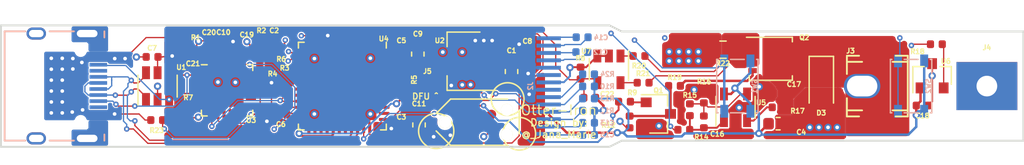
<source format=kicad_pcb>
(kicad_pcb (version 20171130) (host pcbnew "(5.1.4-0-10_14)")
  (layers (0 F.Cu signal) (31 B.Cu signal hide) (34 B.Paste user) (35 F.Paste user) (36 B.SilkS user) (37 F.SilkS user) (38 B.Mask user) (39 F.Mask user) (44 Edge.Cuts user))
  (net 0 "")
  (net 1 "GND")
  (net 2 "OLED_SDA")
  (net 3 "VBUS")
  (net 4 "Net-(Q1-Pad3)")
  (net 5 "Net-(J2-Pad12)")
  (net 6 "OLED_SCL")
  (net 7 "Net-(Q1-Pad1)")
  (net 8 "INT_N")
  (net 9 "+3V3")
  (net 10 "SDA")
  (net 11 "SCL")
  (net 12 "CC2")
  (net 13 "CC1")
  (net 14 "/OUT")
  (net 15 "Net-(U4-Pad2)")
  (net 16 "Net-(U4-Pad3)")
  (net 17 "Net-(U4-Pad4)")
  (net 18 "Net-(U4-Pad5)")
  (net 19 "Net-(U4-Pad6)")
  (net 20 "nRST")
  (net 21 "Net-(U4-Pad18)")
  (net 22 "Net-(U4-Pad19)")
  (net 23 "Net-(U4-Pad20)")
  (net 24 "Net-(U4-Pad26)")
  (net 25 "Net-(U4-Pad27)")
  (net 26 "Net-(U4-Pad28)")
  (net 27 "Net-(U4-Pad30)")
  (net 28 "SWDIO")
  (net 29 "SWCLK")
  (net 30 "Net-(U4-Pad40)")
  (net 31 "Net-(U4-Pad41)")
  (net 32 "Net-(U4-Pad46)")
  (net 33 "Net-(C14-Pad2)")
  (net 34 "Net-(C14-Pad1)")
  (net 35 "Net-(C12-Pad1)")
  (net 36 "Net-(C12-Pad2)")
  (net 37 "Net-(J2-Pad6)")
  (net 38 "Net-(J2-Pad9)")
  (net 39 "Net-(C13-Pad1)")
  (net 40 "Net-(C15-Pad1)")
  (net 41 "Net-(R17-Pad2)")
  (net 42 "Net-(C16-Pad1)")
  (net 43 "Net-(C16-Pad2)")
  (net 44 "UIN")
  (net 45 "PWM")
  (net 46 "TTIP")
  (net 47 "TREF")
  (net 48 "Net-(R18-Pad2)")
  (net 49 "Net-(U4-Pad17)")
  (net 50 "Net-(Q2-Pad4)")
  (net 51 "Net-(SW2-Pad2)")
  (net 52 "Net-(U4-Pad38)")
  (net 53 "Net-(P1-Pad6)")
  (net 54 "USB_P")
  (net 55 "USB_N")
  (net 56 "Net-(J1-PadA8)")
  (net 57 "Net-(J1-PadB8)")
  (net 58 "Net-(U4-Pad31)")
  (net 59 "Net-(U4-Pad16)")
  (net 60 "Net-(C19-Pad2)")
  (net 61 "Net-(C20-Pad1)")
  (net 62 "Net-(R7-Pad2)")
  (net 63 "Net-(U3-Pad20)")
  (net 64 "Net-(U3-Pad17)")
  (net 65 "Net-(U3-Pad16)")
  (net 66 "Net-(U3-Pad15)")
  (net 67 "Net-(U3-Pad14)")
  (net 68 "Net-(U3-Pad11)")
  (net 69 "Net-(U3-Pad9)")
  (net 70 "Net-(U3-Pad3)")
  (net 71 "Net-(Q2-Pad1)")
  (net 72 "IIN")
  (net 73 "Net-(R20-Pad2)")
  (net 74 "Net-(R21-Pad1)")
  (net 75 "Net-(R23-Pad1)")
  (net 76 "Net-(U4-Pad45)")
  (net 77 "Net-(U4-Pad39)")
  (net 78 "Net-(J5-Pad1)")
  (net 79 "Net-(SW1-Pad2)")
  (module "Resistor_SMD:R_0402_1005Metric" (layer "F.Cu") (at 101.4 81.575 -90)
    (fp_text reference "R2" (at -1.15 0) (layer "F.SilkS") (effects (font (size 0.4 0.4) (thickness 0.1))))
    (fp_text value "100k")
    (pad "1" smd roundrect (at -0.485 0 270) (size 0.59 0.64) (layers "F.Cu" "F.Paste" "F.Mask") (net 44 "UIN"))
    (pad "2" smd roundrect (at 0.485 0 270) (size 0.59 0.64) (layers "F.Cu" "F.Paste" "F.Mask") (net 1 "GND"))
  )
  (module "Resistor_SMD:R_0402_1005Metric" (layer "F.Cu") (at 131.65 87.955 90)
    (fp_text reference "R12" (at -0.265 -1.73) (layer "F.SilkS") (effects (font (size 0.4 0.4) (thickness 0.1))))
    (fp_text value "2k37")
    (pad "1" smd roundrect (at -0.485 0 90) (size 0.59 0.64) (layers "F.Cu" "F.Paste" "F.Mask") (net 3 "VBUS"))
    (pad "2" smd roundrect (at 0.485 0 90) (size 0.59 0.64) (layers "F.Cu" "F.Paste" "F.Mask") (net 4 "Net-(Q1-Pad3)"))
  )
  (module "Resistor_SMD:R_0402_1005Metric" (layer "F.Cu") (at 131.23 86.28)
    (fp_text reference "R9" (at 0.64 -0.74) (layer "F.SilkS") (effects (font (size 0.4 0.4) (thickness 0.1))))
    (fp_text value "2k37")
    (pad "1" smd roundrect (at -0.485 0) (size 0.59 0.64) (layers "F.Cu" "F.Paste" "F.Mask") (net 45 "PWM"))
    (pad "2" smd roundrect (at 0.485 0) (size 0.59 0.64) (layers "F.Cu" "F.Paste" "F.Mask") (net 7 "Net-(Q1-Pad1)"))
  )
  (module "Resistor_SMD:R_0402_1005Metric" (layer "F.Cu") (at 101.755 83.21)
    (fp_text reference "R6" (at 1.275 -0.43 180) (layer "F.SilkS") (effects (font (size 0.4 0.4) (thickness 0.1))))
    (fp_text value "2k37")
    (pad "1" smd roundrect (at -0.485 0) (size 0.59 0.64) (layers "F.Cu" "F.Paste" "F.Mask") (net 8 "INT_N"))
    (pad "2" smd roundrect (at 0.485 0) (size 0.59 0.64) (layers "F.Cu" "F.Paste" "F.Mask") (net 9 "+3V3"))
  )
  (module "Resistor_SMD:R_0402_1005Metric" (layer "F.Cu") (at 113.2 84.45 -90)
    (fp_text reference "R5" (at 0.025 -0.75 90) (layer "F.SilkS") (effects (font (size 0.4 0.4) (thickness 0.1))))
    (fp_text value "2k37")
    (pad "1" smd roundrect (at -0.485 0 270) (size 0.59 0.64) (layers "F.Cu" "F.Paste" "F.Mask") (net 1 "GND"))
    (pad "2" smd roundrect (at 0.485 0 270) (size 0.59 0.64) (layers "F.Cu" "F.Paste" "F.Mask") (net 78 "Net-(J5-Pad1)"))
  )
  (module "Resistor_SMD:R_0402_1005Metric" (layer "F.Cu") (at 102.23 85.205 90)
    (fp_text reference "R4" (at 1.215 0.09 180) (layer "F.SilkS") (effects (font (size 0.4 0.4) (thickness 0.1))))
    (fp_text value "2k37")
    (pad "1" smd roundrect (at -0.485 0 90) (size 0.59 0.64) (layers "F.Cu" "F.Paste" "F.Mask") (net 10 "SDA"))
    (pad "2" smd roundrect (at 0.485 0 90) (size 0.59 0.64) (layers "F.Cu" "F.Paste" "F.Mask") (net 9 "+3V3"))
  )
  (module "Resistor_SMD:R_0402_1005Metric" (layer "F.Cu") (at 94.65 81)
    (fp_text reference "R1" (at 1.35 0) (layer "F.SilkS") (effects (font (size 0.4 0.4) (thickness 0.1))))
    (fp_text value "560k")
    (pad "1" smd roundrect (at -0.485 0) (size 0.59 0.64) (layers "F.Cu" "F.Paste" "F.Mask") (net 3 "VBUS"))
    (pad "2" smd roundrect (at 0.485 0) (size 0.59 0.64) (layers "F.Cu" "F.Paste" "F.Mask") (net 44 "UIN"))
  )
  (module "Resistor_SMD:R_0402_1005Metric" (layer "F.Cu") (at 103.31 84.71 90)
    (fp_text reference "R3" (at 1.2 0 180) (layer "F.SilkS") (effects (font (size 0.4 0.4) (thickness 0.1))))
    (fp_text value "2k37")
    (pad "1" smd roundrect (at -0.485 0 90) (size 0.59 0.64) (layers "F.Cu" "F.Paste" "F.Mask") (net 11 "SCL"))
    (pad "2" smd roundrect (at 0.485 0 90) (size 0.59 0.64) (layers "F.Cu" "F.Paste" "F.Mask") (net 9 "+3V3"))
  )
  (module "Package_TO_SOT_SMD:SOT-89-3" (layer "F.Cu") (at 118.4335 82.95 180)
    (fp_text reference "U2" (at 2.3835 1.7 180) (layer "F.SilkS") (effects (font (size 0.4 0.4) (thickness 0.1))))
    (fp_text value "AP2204R-3.3")
    (pad "1" smd rect (at -1.48 -1.5 90) (size 1 1.5) (layers "F.Cu" "F.Paste" "F.Mask") (net 3 "VBUS"))
    (pad "2" smd rect (at -1.3335 0 90) (size 1 1.8) (layers "F.Cu" "F.Paste" "F.Mask") (net 1 "GND"))
    (pad "2" smd trapezoid (at 2.667 0 90) (size 1.6 0.85) (rect_delta 0 0.6) (layers "F.Cu" "F.Paste" "F.Mask") (net 1 "GND"))
    (pad "2" smd rect (at 1.3335 0 90) (size 2.2 1.84) (layers "F.Cu" "F.Paste" "F.Mask") (net 1 "GND"))
    (pad "2" smd trapezoid (at -0.0762 0 270) (size 1.5 1) (rect_delta 0 0.7) (layers "F.Cu" "F.Paste" "F.Mask") (net 1 "GND"))
    (pad "3" smd rect (at -1.48 1.5 90) (size 1 1.5) (layers "F.Cu" "F.Paste" "F.Mask") (net 9 "+3V3"))
  )
  (module "Package_TO_SOT_SMD:SOT-23-6" (layer "F.Cu") (at 92.87 85 90)
    (fp_text reference "U1" (at 1.55 1.95 180) (layer "F.SilkS") (effects (font (size 0.4 0.4) (thickness 0.1))))
    (fp_text value "USBLC6-4SC6")
    (pad "1" smd rect (at -1.1 -0.95 90) (size 1.06 0.65) (layers "F.Cu" "F.Paste" "F.Mask") (net 55 "USB_N"))
    (pad "2" smd rect (at -1.1 0 90) (size 1.06 0.65) (layers "F.Cu" "F.Paste" "F.Mask") (net 1 "GND"))
    (pad "3" smd rect (at -1.1 0.95 90) (size 1.06 0.65) (layers "F.Cu" "F.Paste" "F.Mask") (net 12 "CC2"))
    (pad "4" smd rect (at 1.1 0.95 90) (size 1.06 0.65) (layers "F.Cu" "F.Paste" "F.Mask") (net 13 "CC1"))
    (pad "5" smd rect (at 1.1 0 90) (size 1.06 0.65) (layers "F.Cu" "F.Paste" "F.Mask") (net 9 "+3V3"))
    (pad "6" smd rect (at 1.1 -0.95 90) (size 1.06 0.65) (layers "F.Cu" "F.Paste" "F.Mask") (net 54 "USB_P"))
  )
  (module "Package_TO_SOT_SMD:SOT-23" (layer "F.Cu") (at 134.01 87.29)
    (fp_text reference "Q1" (at 0.01 -1.92) (layer "F.SilkS") (effects (font (size 0.4 0.4) (thickness 0.1))))
    (fp_text value "SS8050")
    (pad "1" smd rect (at -1 -0.95) (size 0.9 0.8) (layers "F.Cu" "F.Paste" "F.Mask") (net 7 "Net-(Q1-Pad1)"))
    (pad "2" smd rect (at -1 0.95) (size 0.9 0.8) (layers "F.Cu" "F.Paste" "F.Mask") (net 1 "GND"))
    (pad "3" smd rect (at 1 0) (size 0.9 0.8) (layers "F.Cu" "F.Paste" "F.Mask") (net 4 "Net-(Q1-Pad3)"))
  )
  (module "Package_DFN_QFN:QFN-48-1EP_7x7mm_P0.5mm_EP5.6x5.6mm" (layer "F.Cu") (at 108.05 85 -90)
    (fp_text reference "U4" (at -3.9 -3.4) (layer "F.SilkS") (effects (font (size 0.4 0.4) (thickness 0.1))))
    (fp_text value "STM32F072CBUx")
    (pad "1" smd roundrect (at -3.4375 -2.75 270) (size 0.875 0.25) (layers "F.Cu" "F.Paste" "F.Mask") (net 9 "+3V3"))
    (pad "2" smd roundrect (at -3.4375 -2.25 270) (size 0.875 0.25) (layers "F.Cu" "F.Paste" "F.Mask") (net 15 "Net-(U4-Pad2)"))
    (pad "3" smd roundrect (at -3.4375 -1.75 270) (size 0.875 0.25) (layers "F.Cu" "F.Paste" "F.Mask") (net 16 "Net-(U4-Pad3)"))
    (pad "4" smd roundrect (at -3.4375 -1.25 270) (size 0.875 0.25) (layers "F.Cu" "F.Paste" "F.Mask") (net 17 "Net-(U4-Pad4)"))
    (pad "5" smd roundrect (at -3.4375 -0.75 270) (size 0.875 0.25) (layers "F.Cu" "F.Paste" "F.Mask") (net 18 "Net-(U4-Pad5)"))
    (pad "6" smd roundrect (at -3.4375 -0.25 270) (size 0.875 0.25) (layers "F.Cu" "F.Paste" "F.Mask") (net 19 "Net-(U4-Pad6)"))
    (pad "7" smd roundrect (at -3.4375 0.25 270) (size 0.875 0.25) (layers "F.Cu" "F.Paste" "F.Mask") (net 20 "nRST"))
    (pad "8" smd roundrect (at -3.4375 0.75 270) (size 0.875 0.25) (layers "F.Cu" "F.Paste" "F.Mask") (net 1 "GND"))
    (pad "9" smd roundrect (at -3.4375 1.25 270) (size 0.875 0.25) (layers "F.Cu" "F.Paste" "F.Mask") (net 9 "+3V3"))
    (pad "10" smd roundrect (at -3.4375 1.75 270) (size 0.875 0.25) (layers "F.Cu" "F.Paste" "F.Mask") (net 72 "IIN"))
    (pad "11" smd roundrect (at -3.4375 2.25 270) (size 0.875 0.25) (layers "F.Cu" "F.Paste" "F.Mask") (net 46 "TTIP"))
    (pad "12" smd roundrect (at -3.4375 2.75 270) (size 0.875 0.25) (layers "F.Cu" "F.Paste" "F.Mask") (net 44 "UIN"))
    (pad "13" smd roundrect (at -2.75 3.4375 270) (size 0.25 0.875) (layers "F.Cu" "F.Paste" "F.Mask") (net 79 "Net-(SW1-Pad2)"))
    (pad "14" smd roundrect (at -2.25 3.4375 270) (size 0.25 0.875) (layers "F.Cu" "F.Paste" "F.Mask") (net 51 "Net-(SW2-Pad2)"))
    (pad "15" smd roundrect (at -1.75 3.4375 270) (size 0.25 0.875) (layers "F.Cu" "F.Paste" "F.Mask") (net 47 "TREF"))
    (pad "16" smd roundrect (at -1.25 3.4375 270) (size 0.25 0.875) (layers "F.Cu" "F.Paste" "F.Mask") (net 59 "Net-(U4-Pad16)"))
    (pad "17" smd roundrect (at -0.75 3.4375 270) (size 0.25 0.875) (layers "F.Cu" "F.Paste" "F.Mask") (net 49 "Net-(U4-Pad17)"))
    (pad "18" smd roundrect (at -0.25 3.4375 270) (size 0.25 0.875) (layers "F.Cu" "F.Paste" "F.Mask") (net 21 "Net-(U4-Pad18)"))
    (pad "19" smd roundrect (at 0.25 3.4375 270) (size 0.25 0.875) (layers "F.Cu" "F.Paste" "F.Mask") (net 22 "Net-(U4-Pad19)"))
    (pad "20" smd roundrect (at 0.75 3.4375 270) (size 0.25 0.875) (layers "F.Cu" "F.Paste" "F.Mask") (net 23 "Net-(U4-Pad20)"))
    (pad "21" smd roundrect (at 1.25 3.4375 270) (size 0.25 0.875) (layers "F.Cu" "F.Paste" "F.Mask") (net 11 "SCL"))
    (pad "22" smd roundrect (at 1.75 3.4375 270) (size 0.25 0.875) (layers "F.Cu" "F.Paste" "F.Mask") (net 10 "SDA"))
    (pad "23" smd roundrect (at 2.25 3.4375 270) (size 0.25 0.875) (layers "F.Cu" "F.Paste" "F.Mask") (net 1 "GND"))
    (pad "24" smd roundrect (at 2.75 3.4375 270) (size 0.25 0.875) (layers "F.Cu" "F.Paste" "F.Mask") (net 9 "+3V3"))
    (pad "25" smd roundrect (at 3.4375 2.75 270) (size 0.875 0.25) (layers "F.Cu" "F.Paste" "F.Mask") (net 8 "INT_N"))
    (pad "26" smd roundrect (at 3.4375 2.25 270) (size 0.875 0.25) (layers "F.Cu" "F.Paste" "F.Mask") (net 24 "Net-(U4-Pad26)"))
    (pad "27" smd roundrect (at 3.4375 1.75 270) (size 0.875 0.25) (layers "F.Cu" "F.Paste" "F.Mask") (net 25 "Net-(U4-Pad27)"))
    (pad "28" smd roundrect (at 3.4375 1.25 270) (size 0.875 0.25) (layers "F.Cu" "F.Paste" "F.Mask") (net 26 "Net-(U4-Pad28)"))
    (pad "29" smd roundrect (at 3.4375 0.75 270) (size 0.875 0.25) (layers "F.Cu" "F.Paste" "F.Mask") (net 45 "PWM"))
    (pad "30" smd roundrect (at 3.4375 0.25 270) (size 0.875 0.25) (layers "F.Cu" "F.Paste" "F.Mask") (net 27 "Net-(U4-Pad30)"))
    (pad "31" smd roundrect (at 3.4375 -0.25 270) (size 0.875 0.25) (layers "F.Cu" "F.Paste" "F.Mask") (net 58 "Net-(U4-Pad31)"))
    (pad "32" smd roundrect (at 3.4375 -0.75 270) (size 0.875 0.25) (layers "F.Cu" "F.Paste" "F.Mask") (net 55 "USB_N"))
    (pad "33" smd roundrect (at 3.4375 -1.25 270) (size 0.875 0.25) (layers "F.Cu" "F.Paste" "F.Mask") (net 54 "USB_P"))
    (pad "34" smd roundrect (at 3.4375 -1.75 270) (size 0.875 0.25) (layers "F.Cu" "F.Paste" "F.Mask") (net 28 "SWDIO"))
    (pad "35" smd roundrect (at 3.4375 -2.25 270) (size 0.875 0.25) (layers "F.Cu" "F.Paste" "F.Mask") (net 1 "GND"))
    (pad "36" smd roundrect (at 3.4375 -2.75 270) (size 0.875 0.25) (layers "F.Cu" "F.Paste" "F.Mask") (net 9 "+3V3"))
    (pad "37" smd roundrect (at 2.75 -3.4375 270) (size 0.25 0.875) (layers "F.Cu" "F.Paste" "F.Mask") (net 29 "SWCLK"))
    (pad "38" smd roundrect (at 2.25 -3.4375 270) (size 0.25 0.875) (layers "F.Cu" "F.Paste" "F.Mask") (net 52 "Net-(U4-Pad38)"))
    (pad "39" smd roundrect (at 1.75 -3.4375 270) (size 0.25 0.875) (layers "F.Cu" "F.Paste" "F.Mask") (net 77 "Net-(U4-Pad39)"))
    (pad "40" smd roundrect (at 1.25 -3.4375 270) (size 0.25 0.875) (layers "F.Cu" "F.Paste" "F.Mask") (net 30 "Net-(U4-Pad40)"))
    (pad "41" smd roundrect (at 0.75 -3.4375 270) (size 0.25 0.875) (layers "F.Cu" "F.Paste" "F.Mask") (net 31 "Net-(U4-Pad41)"))
    (pad "42" smd roundrect (at 0.25 -3.4375 270) (size 0.25 0.875) (layers "F.Cu" "F.Paste" "F.Mask") (net 6 "OLED_SCL"))
    (pad "43" smd roundrect (at -0.25 -3.4375 270) (size 0.25 0.875) (layers "F.Cu" "F.Paste" "F.Mask") (net 2 "OLED_SDA"))
    (pad "44" smd roundrect (at -0.75 -3.4375 270) (size 0.25 0.875) (layers "F.Cu" "F.Paste" "F.Mask") (net 78 "Net-(J5-Pad1)"))
    (pad "45" smd roundrect (at -1.25 -3.4375 270) (size 0.25 0.875) (layers "F.Cu" "F.Paste" "F.Mask") (net 76 "Net-(U4-Pad45)"))
    (pad "46" smd roundrect (at -1.75 -3.4375 270) (size 0.25 0.875) (layers "F.Cu" "F.Paste" "F.Mask") (net 32 "Net-(U4-Pad46)"))
    (pad "47" smd roundrect (at -2.25 -3.4375 270) (size 0.25 0.875) (layers "F.Cu" "F.Paste" "F.Mask") (net 1 "GND"))
    (pad "48" smd roundrect (at -2.75 -3.4375 270) (size 0.25 0.875) (layers "F.Cu" "F.Paste" "F.Mask") (net 9 "+3V3"))
    (pad "49" smd roundrect (at 0 0 270) (size 5.6 5.6) (layers "F.Cu" "F.Mask") (roundrect_rratio 0.04464303571) (net 1 "GND"))
  )
  (module "Diode_SMD:D_SOD-123F" (layer "F.Cu") (at 147.4 84.75 -90)
    (fp_text reference "D3" (at 2.46 0.01 180) (layer "F.SilkS") (effects (font (size 0.4 0.4) (thickness 0.1))))
    (fp_text value "B140-E3")
    (pad "1" smd rect (at -1.4 0 270) (size 1.1 1.1) (layers "F.Cu" "F.Paste" "F.Mask") (net 14 "/OUT"))
    (pad "2" smd rect (at 1.4 0 270) (size 1.1 1.1) (layers "F.Cu" "F.Paste" "F.Mask") (net 1 "GND"))
  )
  (module "Capacitor_SMD:C_0603_1608Metric" (layer "F.Cu") (at 121.95 83.8 90)
    (fp_text reference "C1" (at 1.725 0 180) (layer "F.SilkS") (effects (font (size 0.4 0.4) (thickness 0.1))))
    (fp_text value "1μF 25V")
    (pad "1" smd roundrect (at -0.7875 0 90) (size 0.875 0.95) (layers "F.Cu" "F.Paste" "F.Mask") (net 3 "VBUS"))
    (pad "2" smd roundrect (at 0.7875 0 90) (size 0.875 0.95) (layers "F.Cu" "F.Paste" "F.Mask") (net 1 "GND"))
  )
  (module "Capacitor_SMD:C_0603_1608Metric" (layer "F.Cu") (at 143.85 88.1)
    (fp_text reference "C4" (at 1.9 0.7) (layer "F.SilkS") (effects (font (size 0.4 0.4) (thickness 0.1))))
    (fp_text value "1μF 25V")
    (pad "1" smd roundrect (at -0.7875 0) (size 0.875 0.95) (layers "F.Cu" "F.Paste" "F.Mask") (net 9 "+3V3"))
    (pad "2" smd roundrect (at 0.7875 0) (size 0.875 0.95) (layers "F.Cu" "F.Paste" "F.Mask") (net 1 "GND"))
  )
  (module "Capacitor_SMD:C_0603_1608Metric" (layer "F.Cu") (at 114.35 88.2 -90)
    (fp_text reference "C11" (at -1.75 0) (layer "F.SilkS") (effects (font (size 0.4 0.4) (thickness 0.1))))
    (fp_text value "1μF 25V")
    (pad "1" smd roundrect (at -0.7875 0 270) (size 0.875 0.95) (layers "F.Cu" "F.Paste" "F.Mask") (net 9 "+3V3"))
    (pad "2" smd roundrect (at 0.7875 0 270) (size 0.875 0.95) (layers "F.Cu" "F.Paste" "F.Mask") (net 1 "GND"))
  )
  (module "Capacitor_SMD:C_0603_1608Metric" (layer "F.Cu") (at 114.25 82.3625 -90)
    (fp_text reference "C9" (at -1.6625 0) (layer "F.SilkS") (effects (font (size 0.4 0.4) (thickness 0.1))))
    (fp_text value "1μF 25V")
    (pad "1" smd roundrect (at -0.7875 0 270) (size 0.875 0.95) (layers "F.Cu" "F.Paste" "F.Mask") (net 9 "+3V3"))
    (pad "2" smd roundrect (at 0.7875 0 270) (size 0.875 0.95) (layers "F.Cu" "F.Paste" "F.Mask") (net 1 "GND"))
  )
  (module "Capacitor_SMD:C_0402_1005Metric" (layer "F.Cu") (at 112.9 88.75 -90)
    (fp_text reference "C3" (at -1.2 0) (layer "F.SilkS") (effects (font (size 0.4 0.4) (thickness 0.1))))
    (fp_text value "0.1μF")
    (pad "1" smd roundrect (at -0.485 0 270) (size 0.59 0.64) (layers "F.Cu" "F.Paste" "F.Mask") (net 9 "+3V3"))
    (pad "2" smd roundrect (at 0.485 0 270) (size 0.59 0.64) (layers "F.Cu" "F.Paste" "F.Mask") (net 1 "GND"))
  )
  (module "Capacitor_SMD:C_0402_1005Metric" (layer "F.Cu") (at 98.14 81.755 90)
    (fp_text reference "C10" (at 1.185 0.14 180) (layer "F.SilkS") (effects (font (size 0.4 0.4) (thickness 0.1))))
    (fp_text value "0.1μF")
    (pad "1" smd roundrect (at -0.485 0 90) (size 0.59 0.64) (layers "F.Cu" "F.Paste" "F.Mask") (net 9 "+3V3"))
    (pad "2" smd roundrect (at 0.485 0 90) (size 0.59 0.64) (layers "F.Cu" "F.Paste" "F.Mask") (net 1 "GND"))
  )
  (module "Capacitor_SMD:C_0402_1005Metric" (layer "F.Cu") (at 123.25 82.55 -90)
    (fp_text reference "C8" (at -1.25 0) (layer "F.SilkS") (effects (font (size 0.4 0.4) (thickness 0.1))))
    (fp_text value "0.1μF")
    (pad "1" smd roundrect (at -0.485 0 270) (size 0.59 0.64) (layers "F.Cu" "F.Paste" "F.Mask") (net 9 "+3V3"))
    (pad "2" smd roundrect (at 0.485 0 270) (size 0.59 0.64) (layers "F.Cu" "F.Paste" "F.Mask") (net 1 "GND"))
  )
  (module "Capacitor_SMD:C_0402_1005Metric" (layer "F.Cu") (at 92.42 82.595 180)
    (fp_text reference "C7" (at 0 0.725) (layer "F.SilkS") (effects (font (size 0.4 0.4) (thickness 0.1))))
    (fp_text value "0.1μF")
    (pad "1" smd roundrect (at -0.485 0 180) (size 0.59 0.64) (layers "F.Cu" "F.Paste" "F.Mask") (net 9 "+3V3"))
    (pad "2" smd roundrect (at 0.485 0 180) (size 0.59 0.64) (layers "F.Cu" "F.Paste" "F.Mask") (net 1 "GND"))
  )
  (module "Capacitor_SMD:C_0402_1005Metric" (layer "F.Cu") (at 112.9 82.45 -90)
    (fp_text reference "C5" (at -1.2 0) (layer "F.SilkS") (effects (font (size 0.4 0.4) (thickness 0.1))))
    (fp_text value "0.1μF")
    (pad "1" smd roundrect (at -0.485 0 270) (size 0.59 0.64) (layers "F.Cu" "F.Paste" "F.Mask") (net 9 "+3V3"))
    (pad "2" smd roundrect (at 0.485 0 270) (size 0.59 0.64) (layers "F.Cu" "F.Paste" "F.Mask") (net 1 "GND"))
  )
  (module "Capacitor_SMD:C_0402_1005Metric" (layer "F.Cu") (at 102.45 81.575 -90)
    (fp_text reference "C2" (at -1.15 0) (layer "F.SilkS") (effects (font (size 0.4 0.4) (thickness 0.1))))
    (fp_text value "0.1μF")
    (pad "1" smd roundrect (at -0.485 0 270) (size 0.59 0.64) (layers "F.Cu" "F.Paste" "F.Mask") (net 44 "UIN"))
    (pad "2" smd roundrect (at 0.485 0 270) (size 0.59 0.64) (layers "F.Cu" "F.Paste" "F.Mask") (net 1 "GND"))
  )
  (module "Tag-Connect:TC2030-NL_SMALL" (layer "F.Cu") (at 119.025 87.975)
    (fp_text reference "P1" hide)
    (fp_text value "TC2030-CTX" hide)
    (pad "" np_thru_hole circle (at -2.54 0) (size 0.98806 0.98806) (drill 0.98806) (layers *.Cu *.Mask "F.SilkS"))
    (pad "" np_thru_hole circle (at 2.54 -1.016) (size 0.98552 0.98552) (drill 0.98552) (layers *.Cu *.Mask "F.SilkS"))
    (pad "" np_thru_hole circle (at 2.54 1.016) (size 0.98552 0.98552) (drill 0.98552) (layers *.Cu *.Mask "F.SilkS"))
    (pad "1" connect circle (at -1.27 0.635) (size 0.78486 0.78486) (layers "F.Cu" "F.Mask") (net 9 "+3V3"))
    (pad "2" connect circle (at -1.27 -0.635) (size 0.78486 0.78486) (layers "F.Cu" "F.Mask") (net 28 "SWDIO"))
    (pad "3" connect circle (at 0 0.635) (size 0.78486 0.78486) (layers "F.Cu" "F.Mask") (net 20 "nRST"))
    (pad "4" connect circle (at 0 -0.635) (size 0.78486 0.78486) (layers "F.Cu" "F.Mask") (net 29 "SWCLK"))
    (pad "5" connect circle (at 1.27 0.635) (size 0.78486 0.78486) (layers "F.Cu" "F.Mask") (net 1 "GND"))
    (pad "6" connect circle (at 1.27 -0.635) (size 0.78486 0.78486) (layers "F.Cu" "F.Mask") (net 53 "Net-(P1-Pad6)"))
  )
  (module "Resistor_SMD:R_0402_1005Metric" (layer "F.Cu") (at 115.035 84.95)
    (fp_text reference "J5" (at 0 -1.17) (layer "F.SilkS") (effects (font (size 0.4 0.4) (thickness 0.1))))
    (fp_text value "DNP")
    (pad "1" smd roundrect (at -0.485 0) (size 0.59 0.64) (layers "F.Cu" "F.Paste" "F.Mask") (net 78 "Net-(J5-Pad1)"))
    (pad "2" smd roundrect (at 0.485 0) (size 0.59 0.64) (layers "F.Cu" "F.Paste" "F.Mask") (net 9 "+3V3"))
  )
  (module "Capacitor_SMD:C_0402_1005Metric" (layer "F.Cu") (at 103 87.35)
    (fp_text reference "C6" (at 0 0.8 180) (layer "F.SilkS") (effects (font (size 0.4 0.4) (thickness 0.1))))
    (fp_text value "0.1μF")
    (pad "1" smd roundrect (at -0.485 0) (size 0.59 0.64) (layers "F.Cu" "F.Paste" "F.Mask") (net 9 "+3V3"))
    (pad "2" smd roundrect (at 0.485 0) (size 0.59 0.64) (layers "F.Cu" "F.Paste" "F.Mask") (net 1 "GND"))
  )
  (module "otter:Keystone_3621" (layer "F.Cu") (at 152 85)
    (fp_text reference "J3" (at -2.2 -2.9) (layer "F.SilkS") (effects (font (size 0.4 0.4) (thickness 0.1))))
    (fp_text value "A")
    (pad "1" thru_hole oval (at -1.25 0) (size 3 2) (drill oval 2.5 1.7) (layers *.Cu *.Mask) (net 14 "/OUT"))
  )
  (module "otter:3622TR" (layer "F.Cu") (at 161 85)
    (fp_text reference "J4" (at 0 -3.175) (layer "F.SilkS") (effects (font (size 0.4 0.4) (thickness 0.1))))
    (fp_text value "B")
    (pad "1" thru_hole rect (at 0 0) (size 5 3.96) (drill 1.7) (layers *.Cu *.Mask) (net 1 "GND"))
  )
  (module "Resistor_SMD:R_0402_1005Metric" (layer "F.Cu") (at 143.85 86.75 180)
    (fp_text reference "R17" (at -1.6 -0.3 180) (layer "F.SilkS") (effects (font (size 0.4 0.4) (thickness 0.1))))
    (fp_text value "100k")
    (pad "1" smd roundrect (at -0.485 0 180) (size 0.59 0.64) (layers "F.Cu" "F.Paste" "F.Mask") (net 14 "/OUT"))
    (pad "2" smd roundrect (at 0.485 0 180) (size 0.59 0.64) (layers "F.Cu" "F.Paste" "F.Mask") (net 41 "Net-(R17-Pad2)"))
  )
  (module "Resistor_SMD:R_0402_1005Metric" (layer "F.Cu") (at 137.75 85.9 -90)
    (fp_text reference "R16" (at -1.26 -0.02) (layer "F.SilkS") (effects (font (size 0.4 0.4) (thickness 0.1))))
    (fp_text value "2k37")
    (pad "1" smd roundrect (at -0.485 0 270) (size 0.59 0.64) (layers "F.Cu" "F.Paste" "F.Mask") (net 1 "GND"))
    (pad "2" smd roundrect (at 0.485 0 270) (size 0.59 0.64) (layers "F.Cu" "F.Paste" "F.Mask") (net 42 "Net-(C16-Pad1)"))
  )
  (module "Resistor_SMD:R_0402_1005Metric" (layer "F.Cu") (at 136.6 86.95 -90)
    (fp_text reference "R15" (at -1.2 0) (layer "F.SilkS") (effects (font (size 0.4 0.4) (thickness 0.1))))
    (fp_text value "750k")
    (pad "1" smd roundrect (at -0.485 0 270) (size 0.59 0.64) (layers "F.Cu" "F.Paste" "F.Mask") (net 42 "Net-(C16-Pad1)"))
    (pad "2" smd roundrect (at 0.485 0 270) (size 0.59 0.64) (layers "F.Cu" "F.Paste" "F.Mask") (net 43 "Net-(C16-Pad2)"))
  )
  (module "Resistor_SMD:R_0402_1005Metric" (layer "F.Cu") (at 136.1 88.6 180)
    (fp_text reference "R14" (at -1.45 -0.6 180) (layer "F.SilkS") (effects (font (size 0.4 0.4) (thickness 0.1))))
    (fp_text value "2k37")
    (pad "1" smd roundrect (at -0.485 0 180) (size 0.59 0.64) (layers "F.Cu" "F.Paste" "F.Mask") (net 43 "Net-(C16-Pad2)"))
    (pad "2" smd roundrect (at 0.485 0 180) (size 0.59 0.64) (layers "F.Cu" "F.Paste" "F.Mask") (net 46 "TTIP"))
  )
  (module "Package_TO_SOT_SMD:SOT-23-5" (layer "F.Cu") (at 140.35 86.75 90)
    (fp_text reference "U5" (at 0.39 2.1 180) (layer "F.SilkS") (effects (font (size 0.4 0.4) (thickness 0.1))))
    (fp_text value "OPA340NA")
    (pad "1" smd rect (at -1.1 -0.95 90) (size 1.06 0.65) (layers "F.Cu" "F.Paste" "F.Mask") (net 43 "Net-(C16-Pad2)"))
    (pad "2" smd rect (at -1.1 0 90) (size 1.06 0.65) (layers "F.Cu" "F.Paste" "F.Mask") (net 1 "GND"))
    (pad "3" smd rect (at -1.1 0.95 90) (size 1.06 0.65) (layers "F.Cu" "F.Paste" "F.Mask") (net 41 "Net-(R17-Pad2)"))
    (pad "4" smd rect (at 1.1 0.95 90) (size 1.06 0.65) (layers "F.Cu" "F.Paste" "F.Mask") (net 42 "Net-(C16-Pad1)"))
    (pad "5" smd rect (at 1.1 -0.95 90) (size 1.06 0.65) (layers "F.Cu" "F.Paste" "F.Mask") (net 9 "+3V3"))
  )
  (module "Capacitor_SMD:C_0402_1005Metric" (layer "F.Cu") (at 143.85 85.6)
    (fp_text reference "C17" (at 1.3 -0.75) (layer "F.SilkS") (effects (font (size 0.4 0.4) (thickness 0.1))))
    (fp_text value "DNP")
    (pad "1" smd roundrect (at -0.485 0) (size 0.59 0.64) (layers "F.Cu" "F.Paste" "F.Mask") (net 1 "GND"))
    (pad "2" smd roundrect (at 0.485 0) (size 0.59 0.64) (layers "F.Cu" "F.Paste" "F.Mask") (net 14 "/OUT"))
  )
  (module "Capacitor_SMD:C_0402_1005Metric" (layer "F.Cu") (at 137.75 87.95 -90)
    (fp_text reference "C16" (at 1 -1.1) (layer "F.SilkS") (effects (font (size 0.4 0.4) (thickness 0.1))))
    (fp_text value "18p")
    (pad "1" smd roundrect (at -0.485 0 270) (size 0.59 0.64) (layers "F.Cu" "F.Paste" "F.Mask") (net 42 "Net-(C16-Pad1)"))
    (pad "2" smd roundrect (at 0.485 0 270) (size 0.59 0.64) (layers "F.Cu" "F.Paste" "F.Mask") (net 43 "Net-(C16-Pad2)"))
  )
  (module "Capacitor_SMD:C_0402_1005Metric" (layer "F.Cu") (at 155.685 86.6)
    (fp_text reference "C18" (at 0.015 0.85) (layer "F.SilkS") (effects (font (size 0.4 0.4) (thickness 0.1))))
    (fp_text value "0.1μF")
    (pad "1" smd roundrect (at -0.485 0) (size 0.59 0.64) (layers "F.Cu" "F.Paste" "F.Mask") (net 9 "+3V3"))
    (pad "2" smd roundrect (at 0.485 0) (size 0.59 0.64) (layers "F.Cu" "F.Paste" "F.Mask") (net 1 "GND"))
  )
  (module "Resistor_SMD:R_0402_1005Metric" (layer "F.Cu") (at 156.85 81.55)
    (fp_text reference "R18" (at -1.55 0.6) (layer "F.SilkS") (effects (font (size 0.4 0.4) (thickness 0.1))))
    (fp_text value "2k37")
    (pad "1" smd roundrect (at -0.485 0) (size 0.59 0.64) (layers "F.Cu" "F.Paste" "F.Mask") (net 47 "TREF"))
    (pad "2" smd roundrect (at 0.485 0) (size 0.59 0.64) (layers "F.Cu" "F.Paste" "F.Mask") (net 48 "Net-(R18-Pad2)"))
  )
  (module "Package_TO_SOT_SMD:SOT-23" (layer "F.Cu") (at 156.5 84.15 90)
    (fp_text reference "U6" (at 1.2 1.125 180) (layer "F.SilkS") (effects (font (size 0.4 0.4) (thickness 0.1))))
    (fp_text value "MCP9700AT-ETT")
    (pad "1" smd rect (at -1 -0.95 90) (size 0.9 0.8) (layers "F.Cu" "F.Paste" "F.Mask") (net 9 "+3V3"))
    (pad "2" smd rect (at -1 0.95 90) (size 0.9 0.8) (layers "F.Cu" "F.Paste" "F.Mask") (net 48 "Net-(R18-Pad2)"))
    (pad "3" smd rect (at 1 0 90) (size 0.9 0.8) (layers "F.Cu" "F.Paste" "F.Mask") (net 1 "GND"))
  )
  (module "Resistor_SMD:R_0402_1005Metric" (layer "F.Cu") (at 135.335 84.98)
    (fp_text reference "R19" (at 0.015 -0.69) (layer "F.SilkS") (effects (font (size 0.4 0.4) (thickness 0.1))))
    (fp_text value "20")
    (pad "1" smd roundrect (at -0.485 0) (size 0.59 0.64) (layers "F.Cu" "F.Paste" "F.Mask") (net 4 "Net-(Q1-Pad3)"))
    (pad "2" smd roundrect (at 0.485 0) (size 0.59 0.64) (layers "F.Cu" "F.Paste" "F.Mask") (net 50 "Net-(Q2-Pad4)"))
  )
  (module "otter:Diodes_PowerDI3333-8" (layer "F.Cu") (at 143.25 82.75)
    (fp_text reference "Q2" (at 2.75 -1.75) (layer "F.SilkS") (effects (font (size 0.4 0.4) (thickness 0.1))))
    (fp_text value "DMP3017SFG")
    (pad "1" smd rect (at -1.5 -0.975) (size 0.7 0.42) (layers "F.Cu" "F.Paste" "F.Mask") (net 71 "Net-(Q2-Pad1)"))
    (pad "2" smd rect (at -1.5 -0.325) (size 0.7 0.42) (layers "F.Cu" "F.Paste" "F.Mask") (net 71 "Net-(Q2-Pad1)"))
    (pad "3" smd rect (at -1.5 0.325) (size 0.7 0.42) (layers "F.Cu" "F.Paste" "F.Mask") (net 71 "Net-(Q2-Pad1)"))
    (pad "4" smd rect (at -1.5 0.975) (size 0.7 0.42) (layers "F.Cu" "F.Paste" "F.Mask") (net 50 "Net-(Q2-Pad4)"))
    (pad "5" smd custom (at 0.455 0) (size 1.71 2.37) (layers "F.Cu" "F.Mask") (net 14 "/OUT") (options (clearance outline) (anchor rect)))
  )
  (module "Capacitor_SMD:C_0402_1005Metric" (layer "F.Cu") (at 97.15 81.755 90)
    (fp_text reference "C20" (at 1.175 -0.06 180) (layer "F.SilkS") (effects (font (size 0.4 0.4) (thickness 0.1))))
    (fp_text value "1μF 25V")
    (pad "1" smd roundrect (at -0.485 0 90) (size 0.59 0.64) (layers "F.Cu" "F.Paste" "F.Mask") (net 61 "Net-(C20-Pad1)"))
    (pad "2" smd roundrect (at 0.485 0 90) (size 0.59 0.64) (layers "F.Cu" "F.Paste" "F.Mask") (net 1 "GND"))
  )
  (module "Capacitor_SMD:C_0402_1005Metric" (layer "F.Cu") (at 95.605 82.38 180)
    (fp_text reference "C21" (at -0.175 -0.77) (layer "F.SilkS") (effects (font (size 0.4 0.4) (thickness 0.1))))
    (fp_text value "0.1μF")
    (pad "1" smd roundrect (at -0.485 0 180) (size 0.59 0.64) (layers "F.Cu" "F.Paste" "F.Mask") (net 1 "GND"))
    (pad "2" smd roundrect (at 0.485 0 180) (size 0.59 0.64) (layers "F.Cu" "F.Paste" "F.Mask") (net 3 "VBUS"))
  )
  (module "Resistor_SMD:R_0402_1005Metric" (layer "F.Cu") (at 95.4 87.125 90)
    (fp_text reference "R7" (at 1.175 -0.01 180) (layer "F.SilkS") (effects (font (size 0.4 0.4) (thickness 0.1))))
    (fp_text value "2k37")
    (pad "1" smd roundrect (at -0.485 0 90) (size 0.59 0.64) (layers "F.Cu" "F.Paste" "F.Mask") (net 1 "GND"))
    (pad "2" smd roundrect (at 0.485 0 90) (size 0.59 0.64) (layers "F.Cu" "F.Paste" "F.Mask") (net 62 "Net-(R7-Pad2)"))
  )
  (module "Package_DFN_QFN:QFN-24-1EP_4x4mm_P0.5mm_EP2.7x2.7mm" (layer "F.Cu") (at 98.58 85.35)
    (fp_text reference "U3" (at 1.98 2.47) (layer "F.SilkS") (effects (font (size 0.4 0.4) (thickness 0.1))))
    (fp_text value "STUSB4500QTR")
    (pad "1" smd roundrect (at -1.9625 -1.25) (size 0.825 0.25) (layers "F.Cu" "F.Paste" "F.Mask") (net 13 "CC1"))
    (pad "2" smd roundrect (at -1.9625 -0.75) (size 0.825 0.25) (layers "F.Cu" "F.Paste" "F.Mask") (net 13 "CC1"))
    (pad "3" smd roundrect (at -1.9625 -0.25) (size 0.825 0.25) (layers "F.Cu" "F.Paste" "F.Mask") (net 70 "Net-(U3-Pad3)"))
    (pad "4" smd roundrect (at -1.9625 0.25) (size 0.825 0.25) (layers "F.Cu" "F.Paste" "F.Mask") (net 12 "CC2"))
    (pad "5" smd roundrect (at -1.9625 0.75) (size 0.825 0.25) (layers "F.Cu" "F.Paste" "F.Mask") (net 12 "CC2"))
    (pad "6" smd roundrect (at -1.9625 1.25) (size 0.825 0.25) (layers "F.Cu" "F.Paste" "F.Mask") (net 62 "Net-(R7-Pad2)"))
    (pad "7" smd roundrect (at -1.25 1.9625) (size 0.25 0.825) (layers "F.Cu" "F.Paste" "F.Mask") (net 11 "SCL"))
    (pad "8" smd roundrect (at -0.75 1.9625) (size 0.25 0.825) (layers "F.Cu" "F.Paste" "F.Mask") (net 10 "SDA"))
    (pad "9" smd roundrect (at -0.25 1.9625) (size 0.25 0.825) (layers "F.Cu" "F.Paste" "F.Mask") (net 69 "Net-(U3-Pad9)"))
    (pad "10" smd roundrect (at 0.25 1.9625) (size 0.25 0.825) (layers "F.Cu" "F.Paste" "F.Mask") (net 1 "GND"))
    (pad "11" smd roundrect (at 0.75 1.9625) (size 0.25 0.825) (layers "F.Cu" "F.Paste" "F.Mask") (net 68 "Net-(U3-Pad11)"))
    (pad "12" smd roundrect (at 1.25 1.9625) (size 0.25 0.825) (layers "F.Cu" "F.Paste" "F.Mask") (net 1 "GND"))
    (pad "13" smd roundrect (at 1.9625 1.25) (size 0.825 0.25) (layers "F.Cu" "F.Paste" "F.Mask") (net 1 "GND"))
    (pad "14" smd roundrect (at 1.9625 0.75) (size 0.825 0.25) (layers "F.Cu" "F.Paste" "F.Mask") (net 67 "Net-(U3-Pad14)"))
    (pad "15" smd roundrect (at 1.9625 0.25) (size 0.825 0.25) (layers "F.Cu" "F.Paste" "F.Mask") (net 66 "Net-(U3-Pad15)"))
    (pad "16" smd roundrect (at 1.9625 -0.25) (size 0.825 0.25) (layers "F.Cu" "F.Paste" "F.Mask") (net 65 "Net-(U3-Pad16)"))
    (pad "17" smd roundrect (at 1.9625 -0.75) (size 0.825 0.25) (layers "F.Cu" "F.Paste" "F.Mask") (net 64 "Net-(U3-Pad17)"))
    (pad "18" smd roundrect (at 1.9625 -1.25) (size 0.825 0.25) (layers "F.Cu" "F.Paste" "F.Mask") (net 75 "Net-(R23-Pad1)"))
    (pad "19" smd roundrect (at 1.25 -1.9625) (size 0.25 0.825) (layers "F.Cu" "F.Paste" "F.Mask") (net 8 "INT_N"))
    (pad "20" smd roundrect (at 0.75 -1.9625) (size 0.25 0.825) (layers "F.Cu" "F.Paste" "F.Mask") (net 63 "Net-(U3-Pad20)"))
    (pad "21" smd roundrect (at 0.25 -1.9625) (size 0.25 0.825) (layers "F.Cu" "F.Paste" "F.Mask") (net 60 "Net-(C19-Pad2)"))
    (pad "22" smd roundrect (at -0.25 -1.9625) (size 0.25 0.825) (layers "F.Cu" "F.Paste" "F.Mask") (net 9 "+3V3"))
    (pad "23" smd roundrect (at -0.75 -1.9625) (size 0.25 0.825) (layers "F.Cu" "F.Paste" "F.Mask") (net 61 "Net-(C20-Pad1)"))
    (pad "24" smd roundrect (at -1.25 -1.9625) (size 0.25 0.825) (layers "F.Cu" "F.Paste" "F.Mask") (net 3 "VBUS"))
    (pad "25" smd roundrect (at 0 0) (size 2.7 2.7) (layers "F.Cu" "F.Mask") (roundrect_rratio 0.09259296296) (net 1 "GND"))
  )
  (module "Capacitor_SMD:C_0402_1005Metric" (layer "F.Cu") (at 99.965 82.24 180)
    (fp_text reference "C19" (at -0.235 1.47) (layer "F.SilkS") (effects (font (size 0.4 0.4) (thickness 0.1))))
    (fp_text value "1μF 25V")
    (pad "1" smd roundrect (at -0.485 0 180) (size 0.59 0.64) (layers "F.Cu" "F.Paste" "F.Mask") (net 1 "GND"))
    (pad "2" smd roundrect (at 0.485 0 180) (size 0.59 0.64) (layers "F.Cu" "F.Paste" "F.Mask") (net 60 "Net-(C19-Pad2)"))
  )
  (module "Capacitor_SMD:C_0402_1005Metric" (layer "F.Cu") (at 128.37 85.96)
    (fp_text reference "C22" (at 1.44 -0.29) (layer "F.SilkS") (effects (font (size 0.4 0.4) (thickness 0.1))))
    (fp_text value "0.1μF")
    (pad "1" smd roundrect (at -0.485 0) (size 0.59 0.64) (layers "F.Cu" "F.Paste" "F.Mask") (net 72 "IIN"))
    (pad "2" smd roundrect (at 0.485 0) (size 0.59 0.64) (layers "F.Cu" "F.Paste" "F.Mask") (net 1 "GND"))
  )
  (module "Resistor_SMD:R_0402_1005Metric" (layer "F.Cu") (at 127.62 83.925 90)
    (fp_text reference "R8" (at 1.215 -0.01 180) (layer "F.SilkS") (effects (font (size 0.4 0.4) (thickness 0.1))))
    (fp_text value "2k37")
    (pad "1" smd roundrect (at -0.485 0 90) (size 0.59 0.64) (layers "F.Cu" "F.Paste" "F.Mask") (net 72 "IIN"))
    (pad "2" smd roundrect (at 0.485 0 90) (size 0.59 0.64) (layers "F.Cu" "F.Paste" "F.Mask") (net 1 "GND"))
  )
  (module "Resistor_SMD:R_0402_1005Metric" (layer "F.Cu") (at 132.425 82.52 180)
    (fp_text reference "R20" (at 0.005 -0.81) (layer "F.SilkS") (effects (font (size 0.4 0.4) (thickness 0.1))))
    (fp_text value "33")
    (pad "1" smd roundrect (at -0.485 0 180) (size 0.59 0.64) (layers "F.Cu" "F.Paste" "F.Mask") (net 3 "VBUS"))
    (pad "2" smd roundrect (at 0.485 0 180) (size 0.59 0.64) (layers "F.Cu" "F.Paste" "F.Mask") (net 73 "Net-(R20-Pad2)"))
  )
  (module "Resistor_SMD:R_0402_1005Metric" (layer "F.Cu") (at 132.76 84.72)
    (fp_text reference "R21" (at 0 -0.76) (layer "F.SilkS") (effects (font (size 0.4 0.4) (thickness 0.1))))
    (fp_text value "33")
    (pad "1" smd roundrect (at -0.485 0) (size 0.59 0.64) (layers "F.Cu" "F.Paste" "F.Mask") (net 74 "Net-(R21-Pad1)"))
    (pad "2" smd roundrect (at 0.485 0) (size 0.59 0.64) (layers "F.Cu" "F.Paste" "F.Mask") (net 71 "Net-(Q2-Pad1)"))
  )
  (module "Resistor_SMD:R_0805_2012Metric" (layer "F.Cu") (at 139.3225 82)
    (fp_text reference "R22" (at -0.0125 1.13) (layer "F.SilkS") (effects (font (size 0.4 0.4) (thickness 0.1))))
    (fp_text value "10m")
    (pad "1" smd roundrect (at -0.9375 0) (size 0.975 1.4) (layers "F.Cu" "F.Paste" "F.Mask") (net 3 "VBUS"))
    (pad "2" smd roundrect (at 0.9375 0) (size 0.975 1.4) (layers "F.Cu" "F.Paste" "F.Mask") (net 71 "Net-(Q2-Pad1)"))
  )
  (module "Package_TO_SOT_SMD:SOT-23-5" (layer "F.Cu") (at 129.95 83.62 -90)
    (fp_text reference "U7" (at -1.5 1.87 180) (layer "F.SilkS") (effects (font (size 0.4 0.4) (thickness 0.1))))
    (fp_text value "SI8540")
    (pad "1" smd rect (at -1.1 -0.95 270) (size 1.06 0.65) (layers "F.Cu" "F.Paste" "F.Mask") (net 73 "Net-(R20-Pad2)"))
    (pad "2" smd rect (at -1.1 0 270) (size 1.06 0.65) (layers "F.Cu" "F.Paste" "F.Mask") (net 1 "GND"))
    (pad "3" smd rect (at -1.1 0.95 270) (size 1.06 0.65) (layers "F.Cu" "F.Paste" "F.Mask") (net 1 "GND"))
    (pad "4" smd rect (at 1.1 0.95 270) (size 1.06 0.65) (layers "F.Cu" "F.Paste" "F.Mask") (net 72 "IIN"))
    (pad "5" smd rect (at 1.1 -0.95 270) (size 1.06 0.65) (layers "F.Cu" "F.Paste" "F.Mask") (net 74 "Net-(R21-Pad1)"))
  )
  (module "Resistor_SMD:R_0402_1005Metric" (layer "F.Cu") (at 92.8 87.8 180)
    (fp_text reference "R23" (at 0 -0.85) (layer "F.SilkS") (effects (font (size 0.4 0.4) (thickness 0.1))))
    (fp_text value "2k37")
    (pad "1" smd roundrect (at -0.485 0 180) (size 0.59 0.64) (layers "F.Cu" "F.Paste" "F.Mask") (net 75 "Net-(R23-Pad1)"))
    (pad "2" smd roundrect (at 0.485 0 180) (size 0.59 0.64) (layers "F.Cu" "F.Paste" "F.Mask") (net 3 "VBUS"))
  )
  (module "Resistor_SMD:R_0402_1005Metric" (layer "B.Cu") (at 128.275 86.025)
    (fp_text reference "R13" (at 1.55 0) (layer "B.SilkS") (effects (font (size 0.4 0.4) (thickness 0.1)) (justify mirror)))
    (fp_text value "2k37")
    (pad "1" smd roundrect (at -0.485 0) (size 0.59 0.64) (layers "B.Cu" "B.Paste" "B.Mask") (net 2 "OLED_SDA"))
    (pad "2" smd roundrect (at 0.485 0) (size 0.59 0.64) (layers "B.Cu" "B.Paste" "B.Mask") (net 9 "+3V3"))
  )
  (module "Resistor_SMD:R_0402_1005Metric" (layer "B.Cu") (at 128.275 87.025)
    (fp_text reference "R11" (at 1.525 0 180) (layer "B.SilkS") (effects (font (size 0.4 0.4) (thickness 0.1)) (justify mirror)))
    (fp_text value "560k")
    (pad "1" smd roundrect (at -0.485 0) (size 0.59 0.64) (layers "B.Cu" "B.Paste" "B.Mask") (net 5 "Net-(J2-Pad12)"))
    (pad "2" smd roundrect (at 0.485 0) (size 0.59 0.64) (layers "B.Cu" "B.Paste" "B.Mask") (net 1 "GND"))
  )
  (module "Resistor_SMD:R_0402_1005Metric" (layer "B.Cu") (at 128.275 85.025)
    (fp_text reference "R10" (at 1.55 0 180) (layer "B.SilkS") (effects (font (size 0.4 0.4) (thickness 0.1)) (justify mirror)))
    (fp_text value "2k37")
    (pad "1" smd roundrect (at -0.485 0) (size 0.59 0.64) (layers "B.Cu" "B.Paste" "B.Mask") (net 6 "OLED_SCL"))
    (pad "2" smd roundrect (at 0.485 0) (size 0.59 0.64) (layers "B.Cu" "B.Paste" "B.Mask") (net 9 "+3V3"))
  )
  (module "Capacitor_SMD:C_0402_1005Metric" (layer "B.Cu") (at 128.275 89.025)
    (fp_text reference "C15" (at 1.55 -0.025 180) (layer "B.SilkS") (effects (font (size 0.4 0.4) (thickness 0.1)) (justify mirror)))
    (fp_text value "1μF 25V")
    (pad "1" smd roundrect (at -0.485 0) (size 0.59 0.64) (layers "B.Cu" "B.Paste" "B.Mask") (net 40 "Net-(C15-Pad1)"))
    (pad "2" smd roundrect (at 0.485 0) (size 0.59 0.64) (layers "B.Cu" "B.Paste" "B.Mask") (net 1 "GND"))
  )
  (module "Capacitor_SMD:C_0402_1005Metric" (layer "B.Cu") (at 127.75 80.975 180)
    (fp_text reference "C14" (at -1.55 -0.025 180) (layer "B.SilkS") (effects (font (size 0.4 0.4) (thickness 0.1)) (justify mirror)))
    (fp_text value "1μF 25V")
    (pad "1" smd roundrect (at -0.485 0 180) (size 0.59 0.64) (layers "B.Cu" "B.Paste" "B.Mask") (net 34 "Net-(C14-Pad1)"))
    (pad "2" smd roundrect (at 0.485 0 180) (size 0.59 0.64) (layers "B.Cu" "B.Paste" "B.Mask") (net 33 "Net-(C14-Pad2)"))
  )
  (module "Capacitor_SMD:C_0402_1005Metric" (layer "B.Cu") (at 127.725 82.2)
    (fp_text reference "C12" (at 1.55 0) (layer "B.SilkS") (effects (font (size 0.4 0.4) (thickness 0.1)) (justify mirror)))
    (fp_text value "1μF 25V")
    (pad "1" smd roundrect (at -0.485 0) (size 0.59 0.64) (layers "B.Cu" "B.Paste" "B.Mask") (net 35 "Net-(C12-Pad1)"))
    (pad "2" smd roundrect (at 0.485 0) (size 0.59 0.64) (layers "B.Cu" "B.Paste" "B.Mask") (net 36 "Net-(C12-Pad2)"))
  )
  (module "Button_Switch_SMD:SW_SPST_PTS810" (layer "B.Cu") (at 140.5 85 90)
    (fp_text reference "SW1" (at -0.025 1.425 90) (layer "B.SilkS") (effects (font (size 0.4 0.4) (thickness 0.1)) (justify mirror)))
    (fp_text value "key1")
    (pad "1" smd rect (at -2.075 1.075 90) (size 1.05 0.65) (layers "B.Cu" "B.Paste" "B.Mask") (net 9 "+3V3"))
    (pad "1" smd rect (at 2.075 1.075 90) (size 1.05 0.65) (layers "B.Cu" "B.Paste" "B.Mask") (net 9 "+3V3"))
    (pad "2" smd rect (at 2.075 -1.075 90) (size 1.05 0.65) (layers "B.Cu" "B.Paste" "B.Mask") (net 79 "Net-(SW1-Pad2)"))
    (pad "2" smd rect (at -2.075 -1.075 90) (size 1.05 0.65) (layers "B.Cu" "B.Paste" "B.Mask") (net 79 "Net-(SW1-Pad2)"))
  )
  (module "Button_Switch_SMD:SW_SPST_PTS810" (layer "B.Cu") (at 154.775 85 90)
    (fp_text reference "SW2" (at 0 1.425 90) (layer "B.SilkS") (effects (font (size 0.4 0.4) (thickness 0.1)) (justify mirror)))
    (fp_text value "key2")
    (pad "1" smd rect (at -2.075 1.075 90) (size 1.05 0.65) (layers "B.Cu" "B.Paste" "B.Mask") (net 9 "+3V3"))
    (pad "1" smd rect (at 2.075 1.075 90) (size 1.05 0.65) (layers "B.Cu" "B.Paste" "B.Mask") (net 9 "+3V3"))
    (pad "2" smd rect (at -2.075 -1.075 90) (size 1.05 0.65) (layers "B.Cu" "B.Paste" "B.Mask") (net 51 "Net-(SW2-Pad2)"))
    (pad "2" smd rect (at 2.075 -1.075 90) (size 1.05 0.65) (layers "B.Cu" "B.Paste" "B.Mask") (net 51 "Net-(SW2-Pad2)"))
  )
  (module "otter:0.69OLED" (layer "B.Cu") (at 125 85 -90)
    (fp_text reference "J2" (at 0 1.5 -90) (layer "B.SilkS") (effects (font (size 0.4 0.4) (thickness 0.1)) (justify mirror)))
    (fp_text value "OLED_64x32")
    (pad "1" smd rect (at -3.94 0 270) (size 0.32 2) (layers "B.Cu" "B.Paste" "B.Mask") (net 33 "Net-(C14-Pad2)"))
    (pad "2" smd rect (at -3.333847 0 270) (size 0.32 2) (layers "B.Cu" "B.Paste" "B.Mask") (net 34 "Net-(C14-Pad1)"))
    (pad "3" smd rect (at -2.727694 0 270) (size 0.32 2) (layers "B.Cu" "B.Paste" "B.Mask") (net 35 "Net-(C12-Pad1)"))
    (pad "4" smd rect (at -2.121541 0 270) (size 0.32 2) (layers "B.Cu" "B.Paste" "B.Mask") (net 36 "Net-(C12-Pad2)"))
    (pad "5" smd rect (at -1.515388 0 270) (size 0.32 2) (layers "B.Cu" "B.Paste" "B.Mask") (net 9 "+3V3"))
    (pad "6" smd rect (at -0.909235 0 270) (size 0.32 2) (layers "B.Cu" "B.Paste" "B.Mask") (net 37 "Net-(J2-Pad6)"))
    (pad "7" smd rect (at -0.303082 0 270) (size 0.32 2) (layers "B.Cu" "B.Paste" "B.Mask") (net 1 "GND"))
    (pad "8" smd rect (at 0.303071 0 270) (size 0.32 2) (layers "B.Cu" "B.Paste" "B.Mask") (net 9 "+3V3"))
    (pad "9" smd rect (at 0.909224 0 270) (size 0.32 2) (layers "B.Cu" "B.Paste" "B.Mask") (net 38 "Net-(J2-Pad9)"))
    (pad "10" smd rect (at 1.515377 0 270) (size 0.32 2) (layers "B.Cu" "B.Paste" "B.Mask") (net 6 "OLED_SCL"))
    (pad "11" smd rect (at 2.12153 0 270) (size 0.32 2) (layers "B.Cu" "B.Paste" "B.Mask") (net 2 "OLED_SDA"))
    (pad "12" smd rect (at 2.727683 0 270) (size 0.32 2) (layers "B.Cu" "B.Paste" "B.Mask") (net 5 "Net-(J2-Pad12)"))
    (pad "13" smd rect (at 3.333836 0 270) (size 0.32 2) (layers "B.Cu" "B.Paste" "B.Mask") (net 39 "Net-(C13-Pad1)"))
    (pad "14" smd rect (at 3.94 0 270) (size 0.32 2) (layers "B.Cu" "B.Paste" "B.Mask") (net 40 "Net-(C15-Pad1)"))
  )
  (module "Capacitor_SMD:C_0402_1005Metric" (layer "B.Cu") (at 128.275 88.025)
    (fp_text reference "C13" (at 1.55 0 180) (layer "B.SilkS") (effects (font (size 0.4 0.4) (thickness 0.1)) (justify mirror)))
    (fp_text value "1μF 25V")
    (pad "1" smd roundrect (at -0.485 0) (size 0.59 0.64) (layers "B.Cu" "B.Paste" "B.Mask") (net 39 "Net-(C13-Pad1)"))
    (pad "2" smd roundrect (at 0.485 0) (size 0.59 0.64) (layers "B.Cu" "B.Paste" "B.Mask") (net 1 "GND"))
  )
  (module "otter:USB-C 16Pin" (layer "B.Cu") (at 88 84.99 90)
    (fp_text reference "J1" hide)
    (fp_text value "USB_C_Receptacle_USB2.0")
    (pad "" np_thru_hole circle (at 2.89 -1.445 90) (size 0.65 0.65) (drill 0.65) (layers *.Cu *.Mask))
    (pad "" np_thru_hole circle (at -2.89 -1.445 90) (size 0.65 0.65) (drill 0.65) (layers *.Cu *.Mask))
    (pad "A1" smd rect (at -3.2 0 90) (size 0.6 1.45) (layers "B.Cu" "B.Paste" "B.Mask") (net 1 "GND"))
    (pad "A4" smd rect (at -2.4 0 90) (size 0.6 1.45) (layers "B.Cu" "B.Paste" "B.Mask") (net 3 "VBUS"))
    (pad "A5" smd rect (at -1.25 0 90) (size 0.3 1.45) (layers "B.Cu" "B.Paste" "B.Mask") (net 13 "CC1"))
    (pad "A6" smd rect (at -0.25 0 90) (size 0.3 1.45) (layers "B.Cu" "B.Paste" "B.Mask") (net 54 "USB_P"))
    (pad "A7" smd rect (at 0.25 0 90) (size 0.3 1.45) (layers "B.Cu" "B.Paste" "B.Mask") (net 55 "USB_N"))
    (pad "A8" smd rect (at 1.25 0 90) (size 0.3 1.45) (layers "B.Cu" "B.Paste" "B.Mask") (net 56 "Net-(J1-PadA8)"))
    (pad "B1" smd rect (at 3.2 0 90) (size 0.6 1.45) (layers "B.Cu" "B.Paste" "B.Mask") (net 1 "GND"))
    (pad "B4" smd rect (at 2.4 0 90) (size 0.6 1.45) (layers "B.Cu" "B.Paste" "B.Mask") (net 3 "VBUS"))
    (pad "B5" smd rect (at 1.75 0 90) (size 0.3 1.45) (layers "B.Cu" "B.Paste" "B.Mask") (net 12 "CC2"))
    (pad "B6" smd rect (at 0.75 0 90) (size 0.3 1.45) (layers "B.Cu" "B.Paste" "B.Mask") (net 54 "USB_P"))
    (pad "B7" smd rect (at -0.75 0 90) (size 0.3 1.45) (layers "B.Cu" "B.Paste" "B.Mask") (net 55 "USB_N"))
    (pad "B8" smd rect (at -1.75 0 90) (size 0.3 1.45) (layers "B.Cu" "B.Paste" "B.Mask") (net 57 "Net-(J1-PadB8)"))
    (pad "S1" thru_hole oval (at -4.32 -5.095 90) (size 1 1.6) (drill oval 0.6 1.2) (layers *.Cu *.Mask) (net 1 "GND"))
    (pad "S1" thru_hole oval (at 4.32 -0.915 90) (size 1 2.1) (drill oval 0.6 1.7) (layers *.Cu *.Mask) (net 1 "GND"))
    (pad "S1" thru_hole oval (at 4.32 -5.095 90) (size 1 1.6) (drill oval 0.6 1.2) (layers *.Cu *.Mask) (net 1 "GND"))
    (pad "S1" thru_hole oval (at -4.32 -0.915 90) (size 1 2.1) (drill oval 0.6 1.7) (layers *.Cu *.Mask) (net 1 "GND"))
  )
  (module "Resistor_SMD:R_0402_1005Metric" (layer "B.Cu") (at 128.275 84.025)
    (fp_text reference "R24" (at 1.555 -0.005) (layer "B.SilkS") (effects (font (size 0.4 0.4) (thickness 0.1)) (justify mirror)))
    (fp_text value "2k37")
    (pad "1" smd roundrect (at -0.485 0) (size 0.59 0.64) (layers "B.Cu" "B.Paste" "B.Mask") (net 38 "Net-(J2-Pad9)"))
    (pad "2" smd roundrect (at 0.485 0) (size 0.59 0.64) (layers "B.Cu" "B.Paste" "B.Mask") (net 9 "+3V3"))
  )
  (gr_line (start 130 80) (end 131 80.5) (layer "Edge.Cuts") (width 0.15))
  (gr_line (start 131 80.5) (end 164 80.5) (layer "Edge.Cuts") (width 0.15))
  (gr_line (start 80 80) (end 80 90) (layer "Edge.Cuts") (width 0.15))
  (gr_line (start 164 80.5) (end 164 89.5) (layer "Edge.Cuts") (width 0.15))
  (gr_line (start 130 90) (end 80 90) (layer "Edge.Cuts") (width 0.15))
  (gr_line (start 130 90) (end 131 89.5) (layer "Edge.Cuts") (width 0.15))
  (gr_line (start 131 89.5) (end 164 89.5) (layer "Edge.Cuts") (width 0.15))
  (gr_line (start 80 80) (end 130 80) (layer "Edge.Cuts") (width 0.15))
  (gr_text "Otter-Iron" (at 125.84 86.99) (layer "F.SilkS") (effects (font (size 0.8 0.8) (thickness 0.1))))
  (gr_text "Design by:\n@_Jana_Marie" (at 125.84 88.5) (layer "F.SilkS") (effects (font (size 0.6 0.6) (thickness 0.1))))
  (gr_text "DFU ^" (at 114.85 85.85) (layer "F.SilkS") (effects (font (size 0.5 0.5) (thickness 0.1))))
  (segment (start 127.62 83.44) (end 128.08 83.44) (width 0.154) (layer "F.Cu") (net 1))
  (segment (start 115.98 82.95) (end 117.1 82.95) (width 0.106) (layer "F.Cu") (net 1))
  (segment (start 107.3 81.5625) (end 107.3 84.25) (width 0.106) (layer "F.Cu") (net 1))
  (segment (start 114.1025 89.235) (end 114.35 88.9875) (width 0.106) (layer "F.Cu") (net 1))
  (segment (start 100.45 82.24) (end 100.45 81.58) (width 0.106) (layer "F.Cu") (net 1))
  (segment (start 156.504168 83.95) (end 156.504168 83.154168) (width 0.154) (layer "F.Cu") (net 1))
  (segment (start 156.17 86.6) (end 156.504168 86.265832) (width 0.154) (layer "F.Cu") (net 1))
  (segment (start 121.9875 83.05) (end 121.95 83.0125) (width 0.106) (layer "F.Cu") (net 1))
  (segment (start 115.8 83.13) (end 115.98 82.95) (width 0.106) (layer "F.Cu") (net 1))
  (segment (start 128.08 83.44) (end 129 82.52) (width 0.154) (layer "F.Cu") (net 1))
  (segment (start 96.09 82.38) (end 96.09 81.46) (width 0.106) (layer "F.Cu") (net 1))
  (segment (start 103.485 87.35) (end 103.585 87.25) (width 0.106) (layer "F.Cu") (net 1))
  (segment (start 110.3 87.25) (end 108.05 85) (width 0.106) (layer "F.Cu") (net 1))
  (segment (start 104.6125 87.25) (end 105.8 87.25) (width 0.106) (layer "F.Cu") (net 1))
  (segment (start 156.504168 83.95) (end 156.504168 84.15) (width 0.154) (layer "F.Cu") (net 1))
  (segment (start 156.504168 86.265832) (end 156.504168 84.15) (width 0.154) (layer "F.Cu") (net 1))
  (segment (start 110.3 82.75) (end 111.4875 82.75) (width 0.106) (layer "F.Cu") (net 1))
  (segment (start 98.14 81.27) (end 97.15 81.27) (width 0.106) (layer "F.Cu") (net 1))
  (segment (start 134.02 88.24) (end 134.06 88.28) (width 0.106) (layer "F.Cu") (net 1))
  (segment (start 87.085 89.31) (end 87.085 89.105) (width 0.106) (layer "F.Cu") (net 1))
  (segment (start 129.5 87) (end 129.5 86.605) (width 0.2) (layer "F.Cu") (net 1))
  (segment (start 112.9 89.235) (end 114.1025 89.235) (width 0.106) (layer "F.Cu") (net 1))
  (segment (start 96.28 81.27) (end 96.24 81.31) (width 0.106) (layer "F.Cu") (net 1))
  (segment (start 113.2 83.235) (end 112.9 82.935) (width 0.106) (layer "F.Cu") (net 1))
  (segment (start 110.3 88.975) (end 110.56 89.235) (width 0.106) (layer "F.Cu") (net 1))
  (segment (start 105.8 87.25) (end 108.05 85) (width 0.106) (layer "F.Cu") (net 1))
  (segment (start 100.5425 86.6) (end 99.83 86.6) (width 0.106) (layer "F.Cu") (net 1))
  (segment (start 156.504168 83.154168) (end 156.5 83.15) (width 0.154) (layer "F.Cu") (net 1))
  (segment (start 110.3 88.4375) (end 110.3 87.25) (width 0.106) (layer "F.Cu") (net 1))
  (segment (start 100.45 81.58) (end 100.21 81.34) (width 0.106) (layer "F.Cu") (net 1))
  (segment (start 97.15 81.27) (end 96.28 81.27) (width 0.106) (layer "F.Cu") (net 1))
  (segment (start 99.83 86.6) (end 98.58 85.35) (width 0.106) (layer "F.Cu") (net 1))
  (segment (start 100.45 82.24) (end 101.22 82.24) (width 0.106) (layer "F.Cu") (net 1))
  (segment (start 98.83 85.6) (end 98.58 85.35) (width 0.106) (layer "F.Cu") (net 1))
  (segment (start 108.05 85) (end 110.3 82.75) (width 0.106) (layer "F.Cu") (net 1))
  (segment (start 91.935 82.595) (end 91.13849 82.595) (width 0.106) (layer "F.Cu") (net 1))
  (segment (start 91.13849 82.595) (end 91.129245 82.604245) (width 0.106) (layer "F.Cu") (net 1))
  (segment (start 133.01 88.24) (end 134.02 88.24) (width 0.106) (layer "F.Cu") (net 1))
  (segment (start 92.87 86.1) (end 92.87 85.01) (width 0.106) (layer "F.Cu") (net 1))
  (segment (start 113.2 83.965) (end 113.2 83.235) (width 0.106) (layer "F.Cu") (net 1))
  (segment (start 129.5 86.605) (end 128.855 85.96) (width 0.2) (layer "F.Cu") (net 1))
  (segment (start 95.4 87.61) (end 96.17 87.61) (width 0.106) (layer "F.Cu") (net 1))
  (segment (start 99.83 87.3125) (end 99.83 86.6) (width 0.106) (layer "F.Cu") (net 1))
  (segment (start 107.3 84.25) (end 108.05 85) (width 0.106) (layer "F.Cu") (net 1))
  (segment (start 126.780002 83.44) (end 126.75 83.470002) (width 0.154) (layer "F.Cu") (net 1))
  (segment (start 96.09 81.46) (end 96.24 81.31) (width 0.106) (layer "F.Cu") (net 1))
  (segment (start 119.745991 89.159009) (end 119.669245 89.159009) (width 0.106) (layer "F.Cu") (net 1))
  (segment (start 110.56 89.235) (end 112.48 89.235) (width 0.106) (layer "F.Cu") (net 1))
  (segment (start 96.17 87.61) (end 96.22 87.56) (width 0.106) (layer "F.Cu") (net 1))
  (segment (start 112.48 89.235) (end 112.9 89.235) (width 0.106) (layer "F.Cu") (net 1))
  (segment (start 103.585 87.25) (end 104.6125 87.25) (width 0.106) (layer "F.Cu") (net 1))
  (segment (start 129.95 82.52) (end 129 82.52) (width 0.154) (layer "F.Cu") (net 1))
  (segment (start 110.3 88.4375) (end 110.3 88.975) (width 0.106) (layer "F.Cu") (net 1))
  (segment (start 120.295 88.61) (end 119.745991 89.159009) (width 0.106) (layer "F.Cu") (net 1))
  (segment (start 98.83 87.3125) (end 98.83 85.6) (width 0.106) (layer "F.Cu") (net 1))
  (segment (start 102.45 82.06) (end 101.4 82.06) (width 0.106) (layer "F.Cu") (net 1))
  (segment (start 127.62 83.44) (end 126.780002 83.44) (width 0.154) (layer "F.Cu") (net 1))
  (segment (start 123.3 83.05) (end 121.9875 83.05) (width 0.106) (layer "F.Cu") (net 1))
  (segment (start 101.22 82.24) (end 101.4 82.06) (width 0.106) (layer "F.Cu") (net 1))
  (segment (start 129.475 87.025) (end 129.5 87) (width 0.2) (layer "B.Cu") (net 1))
  (segment (start 128.76 87.025) (end 129.475 87.025) (width 0.2) (layer "B.Cu") (net 1))
  (segment (start 126.75 84.18) (end 126.75 83.964976) (width 0.154) (layer "B.Cu") (net 1))
  (segment (start 125 84.68) (end 126.25 84.68) (width 0.154) (layer "B.Cu") (net 1))
  (segment (start 128.76 89.025) (end 128.76 87.025) (width 0.2) (layer "B.Cu") (net 1))
  (segment (start 126.75 83.964976) (end 126.75 83.470002) (width 0.154) (layer "B.Cu") (net 1))
  (segment (start 126.25 84.68) (end 126.75 84.18) (width 0.154) (layer "B.Cu") (net 1))
  (segment (start 111.4875 84.75) (end 112.025 84.75) (width 0.106) (layer "F.Cu") (net 2))
  (segment (start 119.475001 85.525001) (end 119.7 85.75) (width 0.106) (layer "F.Cu") (net 2))
  (segment (start 112.8 85.525) (end 119.475001 85.525001) (width 0.106) (layer "F.Cu") (net 2))
  (segment (start 112.025 84.75) (end 112.8 85.525) (width 0.106) (layer "F.Cu") (net 2))
  (segment (start 119.7 85.75) (end 120.106001 86.156001) (width 0.106) (layer "B.Cu") (net 2))
  (segment (start 123.2 87.125) (end 126.69 87.125) (width 0.106) (layer "B.Cu") (net 2))
  (segment (start 120.106001 86.156001) (end 122.231001 86.156001) (width 0.106) (layer "B.Cu") (net 2))
  (segment (start 126.69 87.125) (end 127.79 86.025) (width 0.106) (layer "B.Cu") (net 2))
  (segment (start 122.231001 86.156001) (end 123.2 87.125) (width 0.106) (layer "B.Cu") (net 2))
  (segment (start 138.59 83.8) (end 134.19 83.8) (width 0.106) (layer "F.Cu") (net 3))
  (segment (start 139.01 83.38) (end 138.59 83.8) (width 0.106) (layer "F.Cu") (net 3))
  (segment (start 91.93344 81) (end 90.500344 82.433096) (width 0.106) (layer "F.Cu") (net 3))
  (segment (start 97.33 83.3875) (end 96.1275 83.3875) (width 0.106) (layer "F.Cu") (net 3))
  (segment (start 96.1275 83.3875) (end 95.12 82.38) (width 0.106) (layer "F.Cu") (net 3))
  (segment (start 94.165 81) (end 91.93344 81) (width 0.106) (layer "F.Cu") (net 3))
  (segment (start 94.165 81.425) (end 95.12 82.38) (width 0.106) (layer "F.Cu") (net 3))
  (segment (start 139.01 82.625) (end 139.01 83.38) (width 0.106) (layer "F.Cu") (net 3))
  (segment (start 131.65 88.44) (end 131.4 88.44) (width 0.106) (layer "F.Cu") (net 3))
  (segment (start 131.4 88.44) (end 130.86 87.9) (width 0.106) (layer "F.Cu") (net 3))
  (segment (start 92.315 87.8) (end 91.85 87.8) (width 0.106) (layer "F.Cu") (net 3))
  (segment (start 135.805 83.035979) (end 135.7 82.930979) (width 0.106) (layer "F.Cu") (net 3))
  (segment (start 94.165 81) (end 94.165 81.425) (width 0.106) (layer "F.Cu") (net 3))
  (segment (start 91.35 87.3) (end 89.34 87.3) (width 0.106) (layer "F.Cu") (net 3))
  (segment (start 91.85 87.8) (end 91.35 87.3) (width 0.106) (layer "F.Cu") (net 3))
  (segment (start 90.500344 82.433096) (end 90.200345 82.733095) (width 0.106) (layer "F.Cu") (net 3))
  (segment (start 134.19 83.8) (end 132.91 82.52) (width 0.106) (layer "F.Cu") (net 3))
  (segment (start 138.385 82) (end 139.01 82.625) (width 0.106) (layer "F.Cu") (net 3))
  (segment (start 135.01 87.29) (end 135.01 85.14) (width 0.2) (layer "F.Cu") (net 4))
  (segment (start 135.01 85.14) (end 134.85 84.98) (width 0.2) (layer "F.Cu") (net 4))
  (segment (start 131.65 87.47) (end 134.83 87.47) (width 0.2) (layer "F.Cu") (net 4))
  (segment (start 134.83 87.47) (end 135.01 87.29) (width 0.2) (layer "F.Cu") (net 4))
  (segment (start 127.065 87.75) (end 127.79 87.025) (width 0.106) (layer "B.Cu") (net 5))
  (segment (start 125.13 87.75) (end 127.065 87.75) (width 0.106) (layer "B.Cu") (net 5))
  (segment (start 112.025 85.25) (end 112.638978 85.863978) (width 0.106) (layer "F.Cu") (net 6))
  (segment (start 120.425001 85.849999) (end 120.65 85.625) (width 0.106) (layer "F.Cu") (net 6))
  (segment (start 119.174614 85.863978) (end 119.492638 86.182002) (width 0.106) (layer "F.Cu") (net 6))
  (segment (start 111.4875 85.25) (end 112.025 85.25) (width 0.106) (layer "F.Cu") (net 6))
  (segment (start 120.092998 86.182002) (end 120.425001 85.849999) (width 0.106) (layer "F.Cu") (net 6))
  (segment (start 119.492638 86.182002) (end 120.092998 86.182002) (width 0.106) (layer "F.Cu") (net 6))
  (segment (start 112.638978 85.863978) (end 119.174614 85.863978) (width 0.106) (layer "F.Cu") (net 6))
  (segment (start 126.29 86.525) (end 127.79 85.025) (width 0.106) (layer "B.Cu") (net 6))
  (segment (start 123.225 86.525) (end 126.29 86.525) (width 0.106) (layer "B.Cu") (net 6))
  (segment (start 120.65 85.625) (end 122.325 85.625) (width 0.106) (layer "B.Cu") (net 6))
  (segment (start 122.325 85.625) (end 123.225 86.525) (width 0.106) (layer "B.Cu") (net 6))
  (segment (start 131.775 86.34) (end 131.715 86.28) (width 0.154) (layer "F.Cu") (net 7))
  (segment (start 133.01 86.34) (end 131.775 86.34) (width 0.154) (layer "F.Cu") (net 7))
  (segment (start 100.6 83.21) (end 100.44 83.21) (width 0.106) (layer "F.Cu") (net 8))
  (segment (start 100.0075 83.21) (end 99.83 83.3875) (width 0.106) (layer "F.Cu") (net 8))
  (segment (start 104.860895 88.4375) (end 104.748396 88.325001) (width 0.106) (layer "F.Cu") (net 8))
  (segment (start 102.674997 88.325001) (end 102.449998 88.55) (width 0.106) (layer "F.Cu") (net 8))
  (segment (start 100.44 83.21) (end 100.0075 83.21) (width 0.106) (layer "F.Cu") (net 8))
  (segment (start 104.748396 88.325001) (end 102.674997 88.325001) (width 0.106) (layer "F.Cu") (net 8))
  (segment (start 101.27 83.21) (end 100.6 83.21) (width 0.106) (layer "F.Cu") (net 8))
  (segment (start 105.3 88.4375) (end 104.860895 88.4375) (width 0.106) (layer "F.Cu") (net 8))
  (segment (start 100.44 83.21) (end 102.26 83.21) (width 0.106) (layer "B.Cu") (net 8))
  (segment (start 104.15 86.849998) (end 102.749997 88.250001) (width 0.106) (layer "B.Cu") (net 8))
  (segment (start 102.749997 88.250001) (end 102.449998 88.55) (width 0.106) (layer "B.Cu") (net 8))
  (segment (start 104.15 85.1) (end 104.15 86.849998) (width 0.106) (layer "B.Cu") (net 8))
  (segment (start 102.26 83.21) (end 104.15 85.1) (width 0.106) (layer "B.Cu") (net 8))
  (segment (start 126.490002 88.840002) (end 130.145026 88.840002) (width 0.2) (layer "F.Cu") (net 9))
  (segment (start 117.365 88.61) (end 116.925 89.05) (width 0.2) (layer "F.Cu") (net 9))
  (segment (start 92.87 83.9) (end 92.87 82.63) (width 0.106) (layer "F.Cu") (net 9))
  (segment (start 115.52 84.95) (end 117 84.95) (width 0.106) (layer "F.Cu") (net 9))
  (segment (start 124.05 86.4) (end 126.490002 88.840002) (width 0.2) (layer "F.Cu") (net 9))
  (segment (start 117.755 88.61) (end 117.365 88.61) (width 0.2) (layer "F.Cu") (net 9))
  (segment (start 92.87 82.63) (end 92.905 82.595) (width 0.106) (layer "F.Cu") (net 9))
  (segment (start 98.33 83.3875) (end 98.33 82.63) (width 0.2) (layer "F.Cu") (net 9))
  (segment (start 116.8 89.175) (end 116.925 89.05) (width 0.2) (layer "F.Cu") (net 9))
  (segment (start 93.3 82.595) (end 93.315 82.58) (width 0.106) (layer "F.Cu") (net 9))
  (segment (start 120.47 81.45) (end 120.87 81.85) (width 0.106) (layer "F.Cu") (net 9))
  (segment (start 115.55 89.175) (end 116.8 89.175) (width 0.2) (layer "F.Cu") (net 9))
  (segment (start 119.9135 81.45) (end 120.47 81.45) (width 0.106) (layer "F.Cu") (net 9))
  (segment (start 98.33 82.63) (end 98.33 82.43) (width 0.106) (layer "F.Cu") (net 9))
  (segment (start 130.630026 88.65) (end 130.630026 88.830028) (width 0.2) (layer "F.Cu") (net 9))
  (segment (start 140.3 85.325) (end 140.3 85.17401) (width 0.2) (layer "F.Cu") (net 9))
  (segment (start 116.37 84.95) (end 117 84.95) (width 0.106) (layer "F.Cu") (net 9))
  (segment (start 106.8 81.5625) (end 106.8 80.887052) (width 0.2) (layer "F.Cu") (net 9))
  (segment (start 93.315 82.58) (end 94.22 82.58) (width 0.106) (layer "F.Cu") (net 9))
  (segment (start 111.4875 82.25) (end 110.8 81.5625) (width 0.106) (layer "F.Cu") (net 9))
  (segment (start 104.075 87.75) (end 103.925 87.9) (width 0.2) (layer "F.Cu") (net 9))
  (segment (start 122.080026 81.713473) (end 122.575 81.713473) (width 0.106) (layer "F.Cu") (net 9))
  (segment (start 142.2625 88.9) (end 143.0625 88.1) (width 0.2) (layer "F.Cu") (net 9))
  (segment (start 139.4 85.65) (end 139.975 85.65) (width 0.2) (layer "F.Cu") (net 9))
  (segment (start 92.905 82.595) (end 93.3 82.595) (width 0.106) (layer "F.Cu") (net 9))
  (segment (start 155.55 85.15) (end 155.55 86.25) (width 0.2) (layer "F.Cu") (net 9))
  (segment (start 130.145026 88.840002) (end 130.64 88.840002) (width 0.2) (layer "F.Cu") (net 9))
  (segment (start 120.87 81.85) (end 121.943499 81.85) (width 0.106) (layer "F.Cu") (net 9))
  (segment (start 104.6125 87.75) (end 104.075 87.75) (width 0.2) (layer "F.Cu") (net 9))
  (segment (start 121.943499 81.85) (end 122.080026 81.713473) (width 0.106) (layer "F.Cu") (net 9))
  (segment (start 155.2 86.6) (end 155.2 87.4) (width 0.2) (layer "F.Cu") (net 9))
  (segment (start 102.27426 87.9) (end 101.849996 87.9) (width 0.106) (layer "F.Cu") (net 9))
  (segment (start 130.630026 88.830028) (end 130.64 88.840002) (width 0.2) (layer "F.Cu") (net 9))
  (segment (start 106.8 80.887052) (end 106.85 80.837052) (width 0.2) (layer "F.Cu") (net 9))
  (segment (start 103.925 87.9) (end 102.27426 87.9) (width 0.106) (layer "F.Cu") (net 9))
  (segment (start 155.55 86.25) (end 155.2 86.6) (width 0.2) (layer "F.Cu") (net 9))
  (segment (start 98.33 82.43) (end 98.14 82.24) (width 0.106) (layer "F.Cu") (net 9))
  (segment (start 139.975 85.65) (end 140.3 85.325) (width 0.2) (layer "F.Cu") (net 9))
  (segment (start 128.76 85.025) (end 128.76 84.025) (width 0.154) (layer "B.Cu") (net 9))
  (segment (start 140.3 85.17401) (end 141.575 86.44901) (width 0.2) (layer "B.Cu") (net 9))
  (segment (start 128.76 86.025) (end 130.575 86.025) (width 0.154) (layer "B.Cu") (net 9))
  (segment (start 155.2 88.35) (end 154.55 89) (width 0.2) (layer "B.Cu") (net 9))
  (segment (start 123.63 85.32) (end 123.625 85.325) (width 0.106) (layer "B.Cu") (net 9))
  (segment (start 131.440962 89.14599) (end 131.197486 88.902514) (width 0.2) (layer "B.Cu") (net 9))
  (segment (start 155.25 87.196) (end 155.25 87.35) (width 0.2) (layer "B.Cu") (net 9))
  (segment (start 125 85.32) (end 123.755 85.32) (width 0.2) (layer "B.Cu") (net 9))
  (segment (start 141.575 83.89901) (end 140.3 85.17401) (width 0.2) (layer "B.Cu") (net 9))
  (segment (start 136.17193 88.9) (end 135.92594 89.14599) (width 0.2) (layer "B.Cu") (net 9))
  (segment (start 131.55 87) (end 131.55 88.45) (width 0.154) (layer "B.Cu") (net 9))
  (segment (start 125.05 83.475) (end 123.425 83.475) (width 0.2) (layer "B.Cu") (net 9))
  (segment (start 155.371 87.075) (end 155.25 87.196) (width 0.2) (layer "B.Cu") (net 9))
  (segment (start 141.575 86.44901) (end 141.575 87.075) (width 0.2) (layer "B.Cu") (net 9))
  (segment (start 125 85.32) (end 123.63 85.32) (width 0.106) (layer "B.Cu") (net 9))
  (segment (start 128.76 86.025) (end 128.76 85.025) (width 0.154) (layer "B.Cu") (net 9))
  (segment (start 123.755 85.32) (end 123.4 85.675) (width 0.2) (layer "B.Cu") (net 9))
  (segment (start 142.35 89) (end 142.25 88.9) (width 0.2) (layer "B.Cu") (net 9))
  (segment (start 142.2625 87.2375) (end 142.1 87.075) (width 0.2) (layer "B.Cu") (net 9))
  (segment (start 155.25 87.35) (end 155.2 87.3) (width 0.2) (layer "B.Cu") (net 9))
  (segment (start 131.134974 88.840002) (end 130.64 88.840002) (width 0.2) (layer "B.Cu") (net 9))
  (segment (start 155.85 87.075) (end 155.371 87.075) (width 0.2) (layer "B.Cu") (net 9))
  (segment (start 155.85 87.075) (end 155.85 86.396) (width 0.2) (layer "B.Cu") (net 9))
  (segment (start 142.2625 88.9) (end 142.2625 87.2375) (width 0.2) (layer "B.Cu") (net 9))
  (segment (start 123.425 83.475) (end 123.35 83.55) (width 0.2) (layer "B.Cu") (net 9))
  (segment (start 142.1 87.075) (end 141.575 87.075) (width 0.2) (layer "B.Cu") (net 9))
  (segment (start 142.2625 88.9) (end 136.17193 88.9) (width 0.2) (layer "B.Cu") (net 9))
  (segment (start 155.85 86.396) (end 155.85 82.925) (width 0.2) (layer "B.Cu") (net 9))
  (segment (start 154.55 89) (end 142.35 89) (width 0.2) (layer "B.Cu") (net 9))
  (segment (start 141.575 82.925) (end 141.575 83.89901) (width 0.2) (layer "B.Cu") (net 9))
  (segment (start 131.55 88.45) (end 131.15 88.85) (width 0.154) (layer "B.Cu") (net 9))
  (segment (start 135.92594 89.14599) (end 131.440962 89.14599) (width 0.2) (layer "B.Cu") (net 9))
  (segment (start 131.197486 88.902514) (end 131.134974 88.840002) (width 0.2) (layer "B.Cu") (net 9))
  (segment (start 130.575 86.025) (end 131.55 87) (width 0.154) (layer "B.Cu") (net 9))
  (segment (start 155.2 87.4) (end 155.2 88.35) (width 0.2) (layer "B.Cu") (net 9))
  (segment (start 102.580071 86.75) (end 102.632051 86.75) (width 0.106) (layer "F.Cu") (net 10))
  (segment (start 102.05 86.75) (end 101.053038 87.746962) (width 0.106) (layer "F.Cu") (net 10))
  (segment (start 102.35 86.75) (end 102.23 86.63) (width 0.106) (layer "F.Cu") (net 10))
  (segment (start 104.6125 86.75) (end 102.632051 86.75) (width 0.106) (layer "F.Cu") (net 10))
  (segment (start 101.053038 87.746962) (end 101.046962 87.746962) (width 0.106) (layer "F.Cu") (net 10))
  (segment (start 98.065 88.06) (end 100.733924 88.06) (width 0.106) (layer "F.Cu") (net 10))
  (segment (start 102.23 86.63) (end 102.23 85.69) (width 0.106) (layer "F.Cu") (net 10))
  (segment (start 100.733924 88.06) (end 101.046962 87.746962) (width 0.106) (layer "F.Cu") (net 10))
  (segment (start 102.580071 86.75) (end 102.35 86.75) (width 0.106) (layer "F.Cu") (net 10))
  (segment (start 97.83 87.3125) (end 97.83 87.825) (width 0.106) (layer "F.Cu") (net 10))
  (segment (start 97.83 87.825) (end 98.065 88.06) (width 0.106) (layer "F.Cu") (net 10))
  (segment (start 101.046962 87.746962) (end 101.154002 87.639922) (width 0.106) (layer "F.Cu") (net 10))
  (segment (start 102.35 86.75) (end 102.05 86.75) (width 0.106) (layer "F.Cu") (net 10))
  (segment (start 104.6125 86.25) (end 103.000187 86.25) (width 0.106) (layer "F.Cu") (net 11))
  (segment (start 103.000187 86.25) (end 102.946177 86.19599) (width 0.106) (layer "F.Cu") (net 11))
  (segment (start 97.33 87.3125) (end 97.33 88.32) (width 0.106) (layer "F.Cu") (net 11))
  (segment (start 102.946177 86.19599) (end 103.31 85.832167) (width 0.106) (layer "F.Cu") (net 11))
  (segment (start 103.31 85.832167) (end 103.31 85.195) (width 0.106) (layer "F.Cu") (net 11))
  (segment (start 97.33 88.32) (end 99.45401 86.19599) (width 0.106) (layer "B.Cu") (net 11))
  (segment (start 99.45401 86.19599) (end 102.946177 86.19599) (width 0.106) (layer "B.Cu") (net 11))
  (segment (start 94.31 85.61) (end 93.82 86.1) (width 0.106) (layer "F.Cu") (net 12))
  (segment (start 96.6175 85.61) (end 94.31 85.61) (width 0.106) (layer "F.Cu") (net 12))
  (segment (start 93.82 86.1) (end 93.82 86.53) (width 0.106) (layer "F.Cu") (net 12))
  (segment (start 96.6175 85.6) (end 96.6175 86.1) (width 0.106) (layer "F.Cu") (net 12))
  (segment (start 93.82 86.1) (end 93.05 86.1) (width 0.106) (layer "B.Cu") (net 12))
  (segment (start 90.25 83.3) (end 88.06 83.3) (width 0.106) (layer "B.Cu") (net 12))
  (segment (start 93.05 86.1) (end 90.25 83.3) (width 0.106) (layer "B.Cu") (net 12))
  (segment (start 88.06 83.3) (end 88 83.24) (width 0.106) (layer "B.Cu") (net 12))
  (segment (start 96.6175 84.6) (end 96.6175 84.1) (width 0.106) (layer "F.Cu") (net 13))
  (segment (start 91 86.65) (end 89.6 86.65) (width 0.106) (layer "F.Cu") (net 13))
  (segment (start 95.29 84.09) (end 94.01 84.09) (width 0.106) (layer "F.Cu") (net 13))
  (segment (start 94.01 84.09) (end 93.82 83.9) (width 0.106) (layer "F.Cu") (net 13))
  (segment (start 96.6175 84.11) (end 96.5975 84.09) (width 0.106) (layer "F.Cu") (net 13))
  (segment (start 96.5975 84.09) (end 95.29 84.09) (width 0.106) (layer "F.Cu") (net 13))
  (segment (start 89.6 86.65) (end 89.45 86.5) (width 0.106) (layer "F.Cu") (net 13))
  (segment (start 94.25 86.65) (end 91 86.65) (width 0.106) (layer "B.Cu") (net 13))
  (segment (start 95.29 84.09) (end 95.29 85.61) (width 0.106) (layer "B.Cu") (net 13))
  (segment (start 89.19 86.24) (end 89.45 86.5) (width 0.106) (layer "B.Cu") (net 13))
  (segment (start 88 86.24) (end 89.19 86.24) (width 0.106) (layer "B.Cu") (net 13))
  (segment (start 95.29 85.61) (end 94.25 86.65) (width 0.106) (layer "B.Cu") (net 13))
  (segment (start 119.315761 89.690761) (end 121.984239 89.690761) (width 0.106) (layer "F.Cu") (net 20))
  (segment (start 121.984239 89.690761) (end 122.575 89.1) (width 0.106) (layer "F.Cu") (net 20))
  (segment (start 108.125 80.7) (end 107.8 81.025) (width 0.106) (layer "F.Cu") (net 20))
  (segment (start 122.575 89.1) (end 122.575 85.525) (width 0.106) (layer "F.Cu") (net 20))
  (segment (start 124.53 83.57) (end 124.53 81.145592) (width 0.106) (layer "F.Cu") (net 20))
  (segment (start 119.025 88.61) (end 119.2 88.785) (width 0.106) (layer "F.Cu") (net 20))
  (segment (start 124.53 81.145592) (end 124.084408 80.7) (width 0.106) (layer "F.Cu") (net 20))
  (segment (start 119.2 88.785) (end 119 88.985) (width 0.106) (layer "F.Cu") (net 20))
  (segment (start 119 88.985) (end 119 89.375) (width 0.106) (layer "F.Cu") (net 20))
  (segment (start 107.8 81.025) (end 107.8 81.5625) (width 0.106) (layer "F.Cu") (net 20))
  (segment (start 119 89.375) (end 119.315761 89.690761) (width 0.106) (layer "F.Cu") (net 20))
  (segment (start 122.575 85.525) (end 124.53 83.57) (width 0.106) (layer "F.Cu") (net 20))
  (segment (start 124.084408 80.7) (end 108.125 80.7) (width 0.106) (layer "F.Cu") (net 20))
  (segment (start 115.73 87.17) (end 115.635979 87.264021) (width 0.106) (layer "F.Cu") (net 28))
  (segment (start 117.36 87.17) (end 115.73 87.17) (width 0.106) (layer "F.Cu") (net 28))
  (segment (start 109.8 89.35) (end 109.8 88.4375) (width 0.106) (layer "F.Cu") (net 28))
  (segment (start 117.755 87.34) (end 117.53 87.34) (width 0.106) (layer "F.Cu") (net 28))
  (segment (start 117.53 87.34) (end 117.36 87.17) (width 0.106) (layer "F.Cu") (net 28))
  (segment (start 115.635979 87.264021) (end 115.6 87.264021) (width 0.106) (layer "F.Cu") (net 28))
  (segment (start 109.8 89.35) (end 111.885979 87.264021) (width 0.106) (layer "B.Cu") (net 28))
  (segment (start 111.885979 87.264021) (end 115.175736 87.264021) (width 0.106) (layer "B.Cu") (net 28))
  (segment (start 115.175736 87.264021) (end 115.6 87.264021) (width 0.106) (layer "B.Cu") (net 28))
  (segment (start 112.025 87.75) (end 111.4875 87.75) (width 0.106) (layer "F.Cu") (net 29))
  (segment (start 113.295 86.48) (end 112.025 87.75) (width 0.106) (layer "F.Cu") (net 29))
  (segment (start 118.165 86.48) (end 113.295 86.48) (width 0.106) (layer "F.Cu") (net 29))
  (segment (start 119.025 87.34) (end 118.165 86.48) (width 0.106) (layer "F.Cu") (net 29))
  (segment (start 125.075 80.975) (end 127.265 80.975) (width 0.106) (layer "B.Cu") (net 33))
  (segment (start 125 81.05) (end 125.075 80.975) (width 0.106) (layer "B.Cu") (net 33))
  (segment (start 126.34401 81.57401) (end 127.63599 81.57401) (width 0.106) (layer "B.Cu") (net 34))
  (segment (start 127.63599 81.57401) (end 127.900832 81.309168) (width 0.106) (layer "B.Cu") (net 34))
  (segment (start 126.26802 81.65) (end 126.34401 81.57401) (width 0.106) (layer "B.Cu") (net 34))
  (segment (start 127.900832 81.309168) (end 128.235 80.975) (width 0.106) (layer "B.Cu") (net 34))
  (segment (start 125 81.65) (end 126.26802 81.65) (width 0.106) (layer "B.Cu") (net 34))
  (segment (start 125 82.25) (end 127.19 82.25) (width 0.106) (layer "B.Cu") (net 35))
  (segment (start 124.95 82.3) (end 125 82.25) (width 0.106) (layer "B.Cu") (net 35))
  (segment (start 127.19 82.25) (end 127.24 82.2) (width 0.106) (layer "B.Cu") (net 35))
  (segment (start 128.21 82.2) (end 127.61099 82.79901) (width 0.106) (layer "B.Cu") (net 36))
  (segment (start 126.28901 82.79901) (end 126.21302 82.875) (width 0.106) (layer "B.Cu") (net 36))
  (segment (start 126.21302 82.875) (end 125 82.875) (width 0.106) (layer "B.Cu") (net 36))
  (segment (start 127.61099 82.79901) (end 126.28901 82.79901) (width 0.106) (layer "B.Cu") (net 36))
  (segment (start 125 85.909224) (end 126.065776 85.909224) (width 0.106) (layer "B.Cu") (net 38))
  (segment (start 126.065776 85.909224) (end 127.79 84.185) (width 0.106) (layer "B.Cu") (net 38))
  (segment (start 127.79 84.185) (end 127.79 84.025) (width 0.106) (layer "B.Cu") (net 38))
  (segment (start 127.465 88.35) (end 127.79 88.025) (width 0.106) (layer "B.Cu") (net 39))
  (segment (start 125 88.35) (end 127.465 88.35) (width 0.106) (layer "B.Cu") (net 39))
  (segment (start 125 88.95) (end 125.075 89.025) (width 0.106) (layer "B.Cu") (net 40))
  (segment (start 125.075 89.025) (end 127.79 89.025) (width 0.106) (layer "B.Cu") (net 40))
  (segment (start 142.925 86.75) (end 142.97 86.75) (width 0.154) (layer "F.Cu") (net 41))
  (segment (start 141.3 87.85) (end 141.825 87.85) (width 0.154) (layer "F.Cu") (net 41))
  (segment (start 142.97 86.75) (end 143.365 86.75) (width 0.154) (layer "F.Cu") (net 41))
  (segment (start 141.825 87.85) (end 142.925 86.75) (width 0.154) (layer "F.Cu") (net 41))
  (segment (start 137.75 87.465) (end 137.75 86.385) (width 0.106) (layer "F.Cu") (net 42))
  (segment (start 138.084168 86.719168) (end 139.705832 86.719168) (width 0.106) (layer "F.Cu") (net 42))
  (segment (start 140.775 85.65) (end 141.3 85.65) (width 0.106) (layer "F.Cu") (net 42))
  (segment (start 136.6 86.465) (end 137.67 86.465) (width 0.106) (layer "F.Cu") (net 42))
  (segment (start 139.705832 86.719168) (end 140.775 85.65) (width 0.106) (layer "F.Cu") (net 42))
  (segment (start 137.75 86.385) (end 138.084168 86.719168) (width 0.106) (layer "F.Cu") (net 42))
  (segment (start 137.67 86.465) (end 137.75 86.385) (width 0.106) (layer "F.Cu") (net 42))
  (segment (start 136.6 88.585) (end 136.585 88.6) (width 0.154) (layer "F.Cu") (net 43))
  (segment (start 137.75 88.435) (end 138.815 88.435) (width 0.154) (layer "F.Cu") (net 43))
  (segment (start 137.585 88.6) (end 137.75 88.435) (width 0.154) (layer "F.Cu") (net 43))
  (segment (start 138.815 88.435) (end 139.4 87.85) (width 0.154) (layer "F.Cu") (net 43))
  (segment (start 136.6 87.435) (end 136.6 88.585) (width 0.154) (layer "F.Cu") (net 43))
  (segment (start 136.585 88.6) (end 137.585 88.6) (width 0.154) (layer "F.Cu") (net 43))
  (segment (start 102.45 81.09) (end 103.061001 80.478999) (width 0.106) (layer "F.Cu") (net 44))
  (segment (start 100.765 80.99) (end 100.865 81.09) (width 0.106) (layer "F.Cu") (net 44))
  (segment (start 95.135 81) (end 95.479168 80.655832) (width 0.106) (layer "F.Cu") (net 44))
  (segment (start 104.001001 81.075119) (end 104.488382 81.5625) (width 0.106) (layer "F.Cu") (net 44))
  (segment (start 101.4 81.09) (end 102.45 81.09) (width 0.106) (layer "F.Cu") (net 44))
  (segment (start 104.001001 80.755119) (end 104.001001 81.075119) (width 0.106) (layer "F.Cu") (net 44))
  (segment (start 105.075 81.5625) (end 105.3 81.5625) (width 0.106) (layer "F.Cu") (net 44))
  (segment (start 100.865 81.09) (end 101.4 81.09) (width 0.106) (layer "F.Cu") (net 44))
  (segment (start 100.430832 80.655832) (end 100.765 80.99) (width 0.106) (layer "F.Cu") (net 44))
  (segment (start 103.061001 80.478999) (end 103.724881 80.478999) (width 0.106) (layer "F.Cu") (net 44))
  (segment (start 104.488382 81.5625) (end 105.075 81.5625) (width 0.106) (layer "F.Cu") (net 44))
  (segment (start 103.724881 80.478999) (end 104.001001 80.755119) (width 0.106) (layer "F.Cu") (net 44))
  (segment (start 95.479168 80.655832) (end 100.430832 80.655832) (width 0.106) (layer "F.Cu") (net 44))
  (segment (start 104.60601 89.10601) (end 104.5 89) (width 0.154) (layer "F.Cu") (net 45))
  (segment (start 119.204012 86.614012) (end 119.331802 86.614012) (width 0.154) (layer "F.Cu") (net 45))
  (segment (start 112.5 86.45) (end 112.799999 86.150001) (width 0.154) (layer "F.Cu") (net 45))
  (segment (start 107.3 88.975) (end 107.16899 89.10601) (width 0.154) (layer "F.Cu") (net 45))
  (segment (start 130.745 86.28) (end 130.745 86.955499) (width 0.154) (layer "F.Cu") (net 45))
  (segment (start 118.740001 86.150001) (end 119.204012 86.614012) (width 0.154) (layer "F.Cu") (net 45))
  (segment (start 104.5 89) (end 104.5 88.900961) (width 0.154) (layer "F.Cu") (net 45))
  (segment (start 112.799999 86.150001) (end 118.740001 86.150001) (width 0.154) (layer "F.Cu") (net 45))
  (segment (start 107.3 88.4375) (end 107.3 88.975) (width 0.154) (layer "F.Cu") (net 45))
  (segment (start 119.331802 86.614012) (end 119.65 86.614012) (width 0.154) (layer "F.Cu") (net 45))
  (segment (start 130.745 86.955499) (end 130.26999 87.430509) (width 0.154) (layer "F.Cu") (net 45))
  (segment (start 107.16899 89.10601) (end 104.60601 89.10601) (width 0.154) (layer "F.Cu") (net 45))
  (segment (start 104.5 88.900961) (end 109.599039 88.900961) (width 0.154) (layer "B.Cu") (net 45))
  (segment (start 130.26999 87.430509) (end 130.26999 88.390126) (width 0.154) (layer "B.Cu") (net 45))
  (segment (start 129.049106 89.61101) (end 123.476128 89.61101) (width 0.154) (layer "B.Cu") (net 45))
  (segment (start 130.26999 88.390126) (end 129.049106 89.61101) (width 0.154) (layer "B.Cu") (net 45))
  (segment (start 112 86.5) (end 111.75 86.75) (width 0.154) (layer "B.Cu") (net 45))
  (segment (start 112.5 86.45) (end 112.05 86.45) (width 0.154) (layer "B.Cu") (net 45))
  (segment (start 109.599039 88.900961) (end 111.75 86.75) (width 0.154) (layer "B.Cu") (net 45))
  (segment (start 123.476128 89.61101) (end 121.715118 87.85) (width 0.154) (layer "B.Cu") (net 45))
  (segment (start 111.75 86.75) (end 111.9 86.6) (width 0.154) (layer "B.Cu") (net 45))
  (segment (start 120.885988 87.85) (end 119.874999 86.839011) (width 0.154) (layer "B.Cu") (net 45))
  (segment (start 112.05 86.45) (end 112 86.5) (width 0.154) (layer "B.Cu") (net 45))
  (segment (start 119.874999 86.839011) (end 119.65 86.614012) (width 0.154) (layer "B.Cu") (net 45))
  (segment (start 121.715118 87.85) (end 120.885988 87.85) (width 0.154) (layer "B.Cu") (net 45))
  (segment (start 135.615 88.6) (end 135.300002 88.6) (width 0.106) (layer "F.Cu") (net 46))
  (segment (start 105.8 81.025) (end 105.625 80.85) (width 0.106) (layer "F.Cu") (net 46))
  (segment (start 130.153152 80.653152) (end 130.123424 80.653152) (width 0.106) (layer "F.Cu") (net 46))
  (segment (start 105.104264 80.85) (end 104.68 80.85) (width 0.106) (layer "F.Cu") (net 46))
  (segment (start 105.8 81.5625) (end 105.8 81.025) (width 0.106) (layer "F.Cu") (net 46))
  (segment (start 135.300002 88.6) (end 135.010002 88.31) (width 0.106) (layer "F.Cu") (net 46))
  (segment (start 105.625 80.85) (end 105.104264 80.85) (width 0.106) (layer "F.Cu") (net 46))
  (segment (start 134.91 85.439728) (end 134.91 88.209998) (width 0.106) (layer "B.Cu") (net 46))
  (segment (start 134.91 88.209998) (end 135.010002 88.31) (width 0.106) (layer "B.Cu") (net 46))
  (segment (start 130.123424 80.653152) (end 134.91 85.439728) (width 0.106) (layer "B.Cu") (net 46))
  (segment (start 103.95 83.25) (end 103.8 83.4) (width 0.106) (layer "F.Cu") (net 47))
  (segment (start 103.36 81.41) (end 103.36 81.21) (width 0.106) (layer "F.Cu") (net 47))
  (segment (start 104.6125 83.25) (end 103.95 83.25) (width 0.106) (layer "F.Cu") (net 47))
  (segment (start 103.8 83.4) (end 103.27 83.4) (width 0.106) (layer "F.Cu") (net 47))
  (segment (start 154.9 81.55) (end 154.8 81.65) (width 0.106) (layer "F.Cu") (net 47))
  (segment (start 103.029186 83.159186) (end 103.029186 81.740814) (width 0.106) (layer "F.Cu") (net 47))
  (segment (start 103.029186 81.740814) (end 103.36 81.41) (width 0.106) (layer "F.Cu") (net 47))
  (segment (start 156.365 81.55) (end 154.9 81.55) (width 0.106) (layer "F.Cu") (net 47))
  (segment (start 103.27 83.4) (end 103.029186 83.159186) (width 0.106) (layer "F.Cu") (net 47))
  (segment (start 157.45 85.15) (end 157.45 81.665) (width 0.106) (layer "F.Cu") (net 48))
  (segment (start 157.45 81.665) (end 157.335 81.55) (width 0.106) (layer "F.Cu") (net 48))
  (segment (start 141.75 84.135) (end 141.315 84.57) (width 0.2) (layer "F.Cu") (net 50))
  (segment (start 136.23 84.57) (end 135.82 84.98) (width 0.2) (layer "F.Cu") (net 50))
  (segment (start 141.315 84.57) (end 136.23 84.57) (width 0.2) (layer "F.Cu") (net 50))
  (segment (start 141.75 83.725) (end 141.75 84.135) (width 0.2) (layer "F.Cu") (net 50))
  (segment (start 104.6125 82.75) (end 103.9 82.75) (width 0.106) (layer "F.Cu") (net 51))
  (segment (start 103.714209 82.935791) (end 103.596593 82.935791) (width 0.106) (layer "F.Cu") (net 51))
  (segment (start 103.9 82.75) (end 103.714209 82.935791) (width 0.106) (layer "F.Cu") (net 51))
  (segment (start 153.7 87.075) (end 153.7 86.396) (width 0.106) (layer "B.Cu") (net 51))
  (segment (start 153.85 81.029) (end 153.85 82.775) (width 0.106) (layer "B.Cu") (net 51))
  (segment (start 153.85 82.775) (end 153.7 82.925) (width 0.106) (layer "B.Cu") (net 51))
  (segment (start 153.7 86.396) (end 153.7 82.925) (width 0.106) (layer "B.Cu") (net 51))
  (segment (start 91.92 84.105) (end 91.92 83.9) (width 0.106) (layer "F.Cu") (net 54))
  (segment (start 90.334124 88.535876) (end 90.885876 88.535876) (width 0.106) (layer "F.Cu") (net 54))
  (segment (start 108.55701 89.71799) (end 109.3 88.975) (width 0.106) (layer "F.Cu") (net 54))
  (segment (start 90.925 84.74) (end 90.71 84.525) (width 0.106) (layer "F.Cu") (net 54))
  (segment (start 91 84.74) (end 90.925 84.74) (width 0.106) (layer "F.Cu") (net 54))
  (segment (start 109.3 88.975) (end 109.3 88.4375) (width 0.106) (layer "F.Cu") (net 54))
  (segment (start 91 84.74) (end 91.285 84.74) (width 0.106) (layer "F.Cu") (net 54))
  (segment (start 91.285 84.74) (end 91.92 84.105) (width 0.106) (layer "F.Cu") (net 54))
  (segment (start 90.885876 88.535876) (end 92.06799 89.71799) (width 0.106) (layer "F.Cu") (net 54))
  (segment (start 92.06799 89.71799) (end 108.55701 89.71799) (width 0.106) (layer "F.Cu") (net 54))
  (segment (start 89.1 84.25) (end 89.09 84.24) (width 0.106) (layer "B.Cu") (net 54))
  (segment (start 89.1 84.971) (end 89.1 84.509) (width 0.106) (layer "B.Cu") (net 54))
  (segment (start 88.831 85.24) (end 89.1 84.971) (width 0.106) (layer "B.Cu") (net 54))
  (segment (start 88.831 84.24) (end 88 84.24) (width 0.106) (layer "B.Cu") (net 54))
  (segment (start 90.437 85.063) (end 90.07 85.43) (width 0.106) (layer "B.Cu") (net 54))
  (segment (start 90.07 85.43) (end 90.07 87.885672) (width 0.106) (layer "B.Cu") (net 54))
  (segment (start 89.1 84.509) (end 89.1 84.25) (width 0.106) (layer "B.Cu") (net 54))
  (segment (start 90.07 87.885672) (end 90.334124 88.149796) (width 0.106) (layer "B.Cu") (net 54))
  (segment (start 90.425 84.24) (end 89.36 84.24) (width 0.106) (layer "B.Cu") (net 54))
  (segment (start 89.36 84.24) (end 89.09 84.24) (width 0.106) (layer "B.Cu") (net 54))
  (segment (start 89.1 84.509) (end 89.1 84.5) (width 0.106) (layer "B.Cu") (net 54))
  (segment (start 89.09 84.24) (end 88 84.24) (width 0.106) (layer "B.Cu") (net 54))
  (segment (start 90.71 84.525) (end 90.437 84.798) (width 0.106) (layer "B.Cu") (net 54))
  (segment (start 90.437 84.798) (end 90.437 85.063) (width 0.106) (layer "B.Cu") (net 54))
  (segment (start 88 85.24) (end 88.831 85.24) (width 0.106) (layer "B.Cu") (net 54))
  (segment (start 90.71 84.525) (end 90.425 84.24) (width 0.106) (layer "B.Cu") (net 54))
  (segment (start 90.334124 88.149796) (end 90.334124 88.535876) (width 0.106) (layer "B.Cu") (net 54))
  (segment (start 108.317021 89.457979) (end 108.8 88.975) (width 0.106) (layer "F.Cu") (net 55))
  (segment (start 91.005876 88.255876) (end 92.207979 89.457979) (width 0.106) (layer "F.Cu") (net 55))
  (segment (start 90.945 85.24) (end 90.71 85.475) (width 0.106) (layer "F.Cu") (net 55))
  (segment (start 89.4 85.75) (end 90.435 85.75) (width 0.106) (layer "F.Cu") (net 55))
  (segment (start 91.265 85.24) (end 91.92 85.895) (width 0.106) (layer "F.Cu") (net 55))
  (segment (start 91.06 85.24) (end 91.265 85.24) (width 0.106) (layer "F.Cu") (net 55))
  (segment (start 91.005876 87.864124) (end 91.005876 88.255876) (width 0.106) (layer "F.Cu") (net 55))
  (segment (start 108.8 88.975) (end 108.8 88.4375) (width 0.106) (layer "F.Cu") (net 55))
  (segment (start 92.207979 89.457979) (end 108.317021 89.457979) (width 0.106) (layer "F.Cu") (net 55))
  (segment (start 91.06 85.24) (end 90.945 85.24) (width 0.106) (layer "F.Cu") (net 55))
  (segment (start 91.92 85.895) (end 91.92 86.1) (width 0.106) (layer "F.Cu") (net 55))
  (segment (start 90.435 85.75) (end 90.71 85.475) (width 0.106) (layer "F.Cu") (net 55))
  (segment (start 88 85.74) (end 87.169 85.74) (width 0.106) (layer "B.Cu") (net 55))
  (segment (start 89.39 85.74) (end 89.4 85.75) (width 0.106) (layer "B.Cu") (net 55))
  (segment (start 90.619796 87.864124) (end 91.005876 87.864124) (width 0.106) (layer "B.Cu") (net 55))
  (segment (start 87.169 84.74) (end 88 84.74) (width 0.106) (layer "B.Cu") (net 55))
  (segment (start 90.39 85.795) (end 90.39 87.634328) (width 0.106) (layer "B.Cu") (net 55))
  (segment (start 87.169 85.74) (end 86.9 85.471) (width 0.106) (layer "B.Cu") (net 55))
  (segment (start 90.39 87.634328) (end 90.619796 87.864124) (width 0.106) (layer "B.Cu") (net 55))
  (segment (start 86.9 85.471) (end 86.9 85.009) (width 0.106) (layer "B.Cu") (net 55))
  (segment (start 90.71 85.475) (end 90.39 85.795) (width 0.106) (layer "B.Cu") (net 55))
  (segment (start 86.9 85.009) (end 87.169 84.74) (width 0.106) (layer "B.Cu") (net 55))
  (segment (start 88 85.74) (end 89.39 85.74) (width 0.106) (layer "B.Cu") (net 55))
  (segment (start 98.83 83.3875) (end 98.83 82.89) (width 0.106) (layer "F.Cu") (net 60))
  (segment (start 98.83 82.89) (end 99.48 82.24) (width 0.106) (layer "F.Cu") (net 60))
  (segment (start 97.83 82.92) (end 97.15 82.24) (width 0.106) (layer "F.Cu") (net 61))
  (segment (start 97.83 83.3875) (end 97.83 82.92) (width 0.106) (layer "F.Cu") (net 61))
  (segment (start 95.4 86.64) (end 96.5775 86.64) (width 0.106) (layer "F.Cu") (net 62))
  (segment (start 96.5775 86.64) (end 96.6175 86.6) (width 0.106) (layer "F.Cu") (net 62))
  (segment (start 139.64 82.62) (end 140.26 82) (width 0.106) (layer "F.Cu") (net 71))
  (segment (start 133.579168 84.385832) (end 133.245 84.72) (width 0.106) (layer "F.Cu") (net 71))
  (segment (start 139.64 83.42) (end 139.64 82.62) (width 0.106) (layer "F.Cu") (net 71))
  (segment (start 138.905989 84.154011) (end 133.810989 84.154011) (width 0.106) (layer "F.Cu") (net 71))
  (segment (start 139.64 83.42) (end 138.905989 84.154011) (width 0.106) (layer "F.Cu") (net 71))
  (segment (start 133.810989 84.154011) (end 133.579168 84.385832) (width 0.106) (layer "F.Cu") (net 71))
  (segment (start 106.3 81.5625) (end 106.3 81.025) (width 0.106) (layer "F.Cu") (net 72))
  (segment (start 106.595119 80.306051) (end 106.58117 80.32) (width 0.106) (layer "F.Cu") (net 72))
  (segment (start 106.318999 81.006001) (end 106.318999 80.582171) (width 0.106) (layer "F.Cu") (net 72))
  (segment (start 126.72 84.48) (end 125.58 83.34) (width 0.106) (layer "F.Cu") (net 72))
  (segment (start 127.55 84.48) (end 126.72 84.48) (width 0.106) (layer "F.Cu") (net 72))
  (segment (start 124.29 80.32) (end 122.77 80.32) (width 0.106) (layer "F.Cu") (net 72))
  (segment (start 107.84 80.32) (end 107.11883 80.32) (width 0.106) (layer "F.Cu") (net 72))
  (segment (start 127.9 85.3) (end 127.62 85.02) (width 0.106) (layer "F.Cu") (net 72))
  (segment (start 125.58 83.34) (end 125.58 81.61) (width 0.106) (layer "F.Cu") (net 72))
  (segment (start 127.885 85.96) (end 127.9 85.945) (width 0.106) (layer "F.Cu") (net 72))
  (segment (start 106.3 81.025) (end 106.318999 81.006001) (width 0.106) (layer "F.Cu") (net 72))
  (segment (start 127.9 85.945) (end 127.9 85.3) (width 0.106) (layer "F.Cu") (net 72))
  (segment (start 125.58 81.61) (end 124.29 80.32) (width 0.106) (layer "F.Cu") (net 72))
  (segment (start 106.318999 80.582171) (end 106.595119 80.306051) (width 0.106) (layer "F.Cu") (net 72))
  (segment (start 107.104881 80.306051) (end 106.595119 80.306051) (width 0.106) (layer "F.Cu") (net 72))
  (segment (start 107.11883 80.32) (end 107.104881 80.306051) (width 0.106) (layer "F.Cu") (net 72))
  (segment (start 127.63 84.4) (end 127.62 84.41) (width 0.106) (layer "F.Cu") (net 72))
  (segment (start 128.68 84.4) (end 127.63 84.4) (width 0.106) (layer "F.Cu") (net 72))
  (segment (start 122.77 80.32) (end 122.76 80.33) (width 0.106) (layer "F.Cu") (net 72))
  (segment (start 129 84.72) (end 128.68 84.4) (width 0.106) (layer "F.Cu") (net 72))
  (segment (start 127.62 84.41) (end 127.55 84.48) (width 0.106) (layer "F.Cu") (net 72))
  (segment (start 127.62 85.02) (end 127.62 84.41) (width 0.106) (layer "F.Cu") (net 72))
  (segment (start 122.77 80.32) (end 107.84 80.32) (width 0.106) (layer "F.Cu") (net 72))
  (segment (start 131.94 82.52) (end 130.9 82.52) (width 0.106) (layer "F.Cu") (net 73))
  (segment (start 132.275 84.72) (end 130.92 84.72) (width 0.106) (layer "F.Cu") (net 74))
  (segment (start 100.5425 84.1) (end 101 84.1) (width 0.106) (layer "F.Cu") (net 75))
  (segment (start 101 84.1) (end 101.3 84.4) (width 0.106) (layer "F.Cu") (net 75))
  (segment (start 93.285 87.8) (end 93.285 88.385) (width 0.106) (layer "F.Cu") (net 75))
  (segment (start 93.285 88.385) (end 93.425 88.525) (width 0.106) (layer "F.Cu") (net 75))
  (segment (start 100.8 87.35) (end 100.55 87.35) (width 0.106) (layer "F.Cu") (net 75))
  (segment (start 101.3 86.85) (end 100.8 87.35) (width 0.106) (layer "F.Cu") (net 75))
  (segment (start 101.3 84.4) (end 101.3 86.85) (width 0.106) (layer "F.Cu") (net 75))
  (segment (start 100.55 87.35) (end 98.6 89.3) (width 0.106) (layer "B.Cu") (net 75))
  (segment (start 94.2 89.3) (end 93.425 88.525) (width 0.106) (layer "B.Cu") (net 75))
  (segment (start 98.6 89.3) (end 94.2 89.3) (width 0.106) (layer "B.Cu") (net 75))
  (segment (start 93.35 88.45) (end 93.425 88.525) (width 0.106) (layer "B.Cu") (net 75))
  (segment (start 111.4875 84.25) (end 112.515 84.25) (width 0.106) (layer "F.Cu") (net 78))
  (segment (start 112.515 84.25) (end 113.2 84.935) (width 0.106) (layer "F.Cu") (net 78))
  (segment (start 113.215 84.95) (end 113.2 84.935) (width 0.106) (layer "F.Cu") (net 78))
  (segment (start 114.55 84.95) (end 113.215 84.95) (width 0.106) (layer "F.Cu") (net 78))
  (segment (start 104.6125 82.25) (end 103.73 82.25) (width 0.106) (layer "F.Cu") (net 79))
  (segment (start 103.73 82.25) (end 103.63 82.15) (width 0.106) (layer "F.Cu") (net 79))
  (segment (start 139.425 82.925) (end 138.85 83.5) (width 0.106) (layer "B.Cu") (net 79))
  (segment (start 138.85 83.5) (end 134.335976 83.5) (width 0.106) (layer "B.Cu") (net 79))
  (segment (start 134.335976 83.5) (end 132.05 81.214024) (width 0.106) (layer "B.Cu") (net 79))
  (segment (start 139.425 87.075) (end 139.425 82.925) (width 0.2) (layer "B.Cu") (net 79))
  (via (at 147.95 88.4) (size 0.6) (drill 0.3) (layers "F.Cu" "B.Cu") (net 1))
  (via (at 110.35 82.7) (size 0.6) (drill 0.3) (layers "F.Cu" "B.Cu") (net 1))
  (via (at 129.5 87) (size 0.6) (drill 0.3) (layers "F.Cu" "B.Cu") (net 1))
  (via (at 140.65 86.775) (size 0.6) (drill 0.3) (layers "F.Cu" "B.Cu") (net 1))
  (via (at 96.24 81.31) (size 0.6) (drill 0.3) (layers "F.Cu" "B.Cu") (net 1))
  (via (at 92.87 85.01) (size 0.6) (drill 0.3) (layers "F.Cu" "B.Cu") (net 1))
  (via (at 110.35 87.3) (size 0.6) (drill 0.3) (layers "F.Cu" "B.Cu") (net 1))
  (via (at 119.669245 89.159009) (size 0.6) (drill 0.3) (layers "F.Cu" "B.Cu") (net 1))
  (via (at 147.2 88.4) (size 0.6) (drill 0.3) (layers "F.Cu" "B.Cu") (net 1))
  (via (at 117.9 82.2) (size 0.6) (drill 0.3) (layers "F.Cu" "B.Cu") (net 1))
  (via (at 134.06 88.28) (size 0.6) (drill 0.3) (layers "F.Cu" "B.Cu") (net 1))
  (via (at 96.22 87.56) (size 0.6) (drill 0.3) (layers "F.Cu" "B.Cu") (net 1))
  (via (at 105.75 87.3) (size 0.6) (drill 0.3) (layers "F.Cu" "B.Cu") (net 1))
  (via (at 136.95 85.3) (size 0.6) (drill 0.3) (layers "F.Cu" "B.Cu") (net 1))
  (via (at 142.3 85.05) (size 0.6) (drill 0.3) (layers "F.Cu" "B.Cu") (net 1))
  (via (at 116.3 82.2) (size 0.6) (drill 0.3) (layers "F.Cu" "B.Cu") (net 1))
  (via (at 99.26 84.69) (size 0.6) (drill 0.3) (layers "F.Cu" "B.Cu") (net 1))
  (via (at 105.755086 82.73101) (size 0.6) (drill 0.3) (layers "F.Cu" "B.Cu") (net 1))
  (via (at 97.83 84.67) (size 0.6) (drill 0.3) (layers "F.Cu" "B.Cu") (net 1))
  (via (at 91.129245 82.604245) (size 0.6) (drill 0.3) (layers "F.Cu" "B.Cu") (net 1))
  (via (at 148.7 88.4) (size 0.6) (drill 0.3) (layers "F.Cu" "B.Cu") (net 1))
  (via (at 100.21 81.34) (size 0.6) (drill 0.3) (layers "F.Cu" "B.Cu") (net 1))
  (via (at 156.504168 84.15) (size 0.6) (drill 0.3) (layers "F.Cu" "B.Cu") (net 1))
  (via (at 126.75 83.470002) (size 0.6) (drill 0.3) (layers "F.Cu" "B.Cu") (net 1))
  (via (at 146.45 88.4) (size 0.6) (drill 0.3) (layers "F.Cu" "B.Cu") (net 1))
  (via (at 119.7 85.75) (size 0.45) (drill 0.2) (layers "F.Cu" "B.Cu") (net 2))
  (via (at 85.04 82.71) (size 0.6) (drill 0.3) (layers "F.Cu" "B.Cu") (net 3))
  (via (at 84.14 83.61) (size 0.6) (drill 0.3) (layers "F.Cu" "B.Cu") (net 3))
  (via (at 85.04 83.61) (size 0.6) (drill 0.3) (layers "F.Cu" "B.Cu") (net 3))
  (via (at 84.14 84.51) (size 0.6) (drill 0.3) (layers "F.Cu" "B.Cu") (net 3))
  (via (at 85.04 84.51) (size 0.6) (drill 0.3) (layers "F.Cu" "B.Cu") (net 3))
  (via (at 84.14 85.41) (size 0.6) (drill 0.3) (layers "F.Cu" "B.Cu") (net 3))
  (via (at 85.04 85.41) (size 0.6) (drill 0.3) (layers "F.Cu" "B.Cu") (net 3))
  (via (at 84.14 86.31) (size 0.6) (drill 0.3) (layers "F.Cu" "B.Cu") (net 3))
  (via (at 85.04 86.31) (size 0.6) (drill 0.3) (layers "F.Cu" "B.Cu") (net 3))
  (via (at 84.14 87.21) (size 0.6) (drill 0.3) (layers "F.Cu" "B.Cu") (net 3))
  (via (at 85.04 87.21) (size 0.6) (drill 0.3) (layers "F.Cu" "B.Cu") (net 3))
  (via (at 117.9 84.9) (size 0.6) (drill 0.3) (layers "F.Cu" "B.Cu") (net 3))
  (via (at 84.14 82.71) (size 0.6) (drill 0.3) (layers "F.Cu" "B.Cu") (net 3))
  (via (at 137.3 82.930979) (size 0.6) (drill 0.3) (layers "F.Cu" "B.Cu") (net 3))
  (via (at 134.9 82.930979) (size 0.6) (drill 0.3) (layers "F.Cu" "B.Cu") (net 3))
  (via (at 134.9 82.17) (size 0.6) (drill 0.3) (layers "F.Cu" "B.Cu") (net 3))
  (via (at 135.7 82.17) (size 0.6) (drill 0.3) (layers "F.Cu" "B.Cu") (net 3))
  (via (at 130.86 87.9) (size 0.6) (drill 0.3) (layers "F.Cu" "B.Cu") (net 3))
  (via (at 85.91 83.59) (size 0.6) (drill 0.3) (layers "F.Cu" "B.Cu") (net 3))
  (via (at 85.91 82.73) (size 0.6) (drill 0.3) (layers "F.Cu" "B.Cu") (net 3))
  (via (at 86.65 83.05) (size 0.6) (drill 0.3) (layers "F.Cu" "B.Cu") (net 3))
  (via (at 136.5 82.17) (size 0.6) (drill 0.3) (layers "F.Cu" "B.Cu") (net 3))
  (via (at 137.3 82.17) (size 0.6) (drill 0.3) (layers "F.Cu" "B.Cu") (net 3))
  (via (at 89.35 82.73299) (size 0.6) (drill 0.3) (layers "F.Cu" "B.Cu") (net 3))
  (via (at 89.34 87.3) (size 0.6) (drill 0.3) (layers "F.Cu" "B.Cu") (net 3))
  (via (at 136.5 82.930979) (size 0.6) (drill 0.3) (layers "F.Cu" "B.Cu") (net 3))
  (via (at 85.86 87.14) (size 0.6) (drill 0.3) (layers "F.Cu" "B.Cu") (net 3))
  (via (at 86.71 86.96) (size 0.6) (drill 0.3) (layers "F.Cu" "B.Cu") (net 3))
  (via (at 135.7 82.930979) (size 0.6) (drill 0.3) (layers "F.Cu" "B.Cu") (net 3))
  (via (at 118.586802 84.887682) (size 0.6) (drill 0.3) (layers "F.Cu" "B.Cu") (net 3))
  (via (at 90.200345 82.733095) (size 0.6) (drill 0.3) (layers "F.Cu" "B.Cu") (net 3))
  (via (at 120.65 85.625) (size 0.45) (drill 0.2) (layers "F.Cu" "B.Cu") (net 6))
  (via (at 102.449998 88.55) (size 0.45) (drill 0.2) (layers "F.Cu" "B.Cu") (net 8))
  (via (at 100.44 83.21) (size 0.45) (drill 0.2) (layers "F.Cu" "B.Cu") (net 8))
  (via (at 94.07 82.52) (size 0.6) (drill 0.3) (layers "F.Cu" "B.Cu") (net 9))
  (via (at 99.07 81.33) (size 0.6) (drill 0.3) (layers "F.Cu" "B.Cu") (net 9))
  (via (at 130.64 88.840002) (size 0.6) (drill 0.3) (layers "F.Cu" "B.Cu") (net 9))
  (via (at 142.2625 88.9) (size 0.6) (drill 0.3) (layers "F.Cu" "B.Cu") (net 9))
  (via (at 118.970626 81.24899) (size 0.6) (drill 0.3) (layers "F.Cu" "B.Cu") (net 9))
  (via (at 112.075 88.5) (size 0.6) (drill 0.3) (layers "F.Cu" "B.Cu") (net 9))
  (via (at 123.4 85.675) (size 0.6) (drill 0.3) (layers "F.Cu" "B.Cu") (net 9))
  (via (at 106.85 80.837052) (size 0.6) (drill 0.3) (layers "F.Cu" "B.Cu") (net 9))
  (via (at 122.575 81.55) (size 0.6) (drill 0.3) (layers "F.Cu" "B.Cu") (net 9))
  (via (at 115.55 89.175) (size 0.6) (drill 0.3) (layers "F.Cu" "B.Cu") (net 9))
  (via (at 119.671581 81.24899) (size 0.6) (drill 0.3) (layers "F.Cu" "B.Cu") (net 9))
  (via (at 101.849996 87.9) (size 0.6) (drill 0.3) (layers "F.Cu" "B.Cu") (net 9))
  (via (at 116.925 89.05) (size 0.6) (drill 0.3) (layers "F.Cu" "B.Cu") (net 9))
  (via (at 102.23 84.719998) (size 0.6) (drill 0.3) (layers "F.Cu" "B.Cu") (net 9))
  (via (at 123.314163 83.964163) (size 0.6) (drill 0.3) (layers "F.Cu" "B.Cu") (net 9))
  (via (at 117 84.95) (size 0.6) (drill 0.3) (layers "F.Cu" "B.Cu") (net 9))
  (via (at 120.355931 81.24899) (size 0.6) (drill 0.3) (layers "F.Cu" "B.Cu") (net 9))
  (via (at 140.3 85.17401) (size 0.6) (drill 0.3) (layers "F.Cu" "B.Cu") (net 9))
  (via (at 155.2 87.4) (size 0.6) (drill 0.3) (layers "F.Cu" "B.Cu") (net 9))
  (via (at 102.946177 86.19599) (size 0.45) (drill 0.2) (layers "F.Cu" "B.Cu") (net 11))
  (via (at 97.33 88.32) (size 0.45) (drill 0.2) (layers "F.Cu" "B.Cu") (net 11))
  (via (at 93.82 86.1) (size 0.45) (drill 0.2) (layers "F.Cu" "B.Cu") (net 12))
  (via (at 91 86.65) (size 0.45) (drill 0.2) (layers "F.Cu" "B.Cu") (net 13))
  (via (at 95.29 84.09) (size 0.45) (drill 0.2) (layers "F.Cu" "B.Cu") (net 13))
  (via (at 89.45 86.5) (size 0.45) (drill 0.2) (layers "F.Cu" "B.Cu") (net 13))
  (via (at 109.8 89.35) (size 0.45) (drill 0.2) (layers "F.Cu" "B.Cu") (net 28))
  (via (at 115.6 87.264021) (size 0.45) (drill 0.2) (layers "F.Cu" "B.Cu") (net 28))
  (via (at 112.5 86.45) (size 0.6) (drill 0.3) (layers "F.Cu" "B.Cu") (net 45))
  (via (at 130.26999 87.430509) (size 0.45) (drill 0.2) (layers "F.Cu" "B.Cu") (net 45))
  (via (at 119.65 86.614012) (size 0.45) (drill 0.2) (layers "F.Cu" "B.Cu") (net 45))
  (via (at 104.5 88.900961) (size 0.6) (drill 0.3) (layers "F.Cu" "B.Cu") (net 45))
  (via (at 130.123424 80.653152) (size 0.45) (drill 0.2) (layers "F.Cu" "B.Cu") (net 46))
  (via (at 135.010002 88.31) (size 0.45) (drill 0.2) (layers "F.Cu" "B.Cu") (net 46))
  (via (at 104.68 80.85) (size 0.45) (drill 0.2) (layers "F.Cu" "B.Cu") (net 46))
  (via (at 103.36 81.21) (size 0.45) (drill 0.2) (layers "F.Cu" "B.Cu") (net 47))
  (via (at 154.8 81.65) (size 0.45) (drill 0.2) (layers "F.Cu" "B.Cu") (net 47))
  (via (at 134.534782 81.02901) (size 0.45) (drill 0.2) (layers "F.Cu" "B.Cu") (net 51))
  (via (at 103.596593 82.935791) (size 0.45) (drill 0.2) (layers "F.Cu" "B.Cu") (net 51))
  (via (at 153.85 81.029) (size 0.45) (drill 0.2) (layers "F.Cu" "B.Cu") (net 51))
  (via (at 90.71 84.525) (size 0.45) (drill 0.2) (layers "F.Cu" "B.Cu") (net 54))
  (via (at 90.334124 88.535876) (size 0.45) (drill 0.2) (layers "F.Cu" "B.Cu") (net 54))
  (via (at 91.005876 87.864124) (size 0.45) (drill 0.2) (layers "F.Cu" "B.Cu") (net 55))
  (via (at 90.71 85.475) (size 0.45) (drill 0.2) (layers "F.Cu" "B.Cu") (net 55))
  (via (at 89.4 85.75) (size 0.45) (drill 0.2) (layers "F.Cu" "B.Cu") (net 55))
  (via (at 100.55 87.35) (size 0.45) (drill 0.2) (layers "F.Cu" "B.Cu") (net 75))
  (via (at 93.425 88.525) (size 0.45) (drill 0.2) (layers "F.Cu" "B.Cu") (net 75))
  (via (at 132.05 81.214024) (size 0.45) (drill 0.2) (layers "F.Cu" "B.Cu") (net 79))
  (via (at 103.63 82.15) (size 0.45) (drill 0.2) (layers "F.Cu" "B.Cu") (net 79))
  (zone (net 71) (net_name "Net-(Q2-Pad1)") (layer "F.Cu") (priority 2) (connect_pads thru_hole_only (clearance 0.254)) (min_thickness 0.254)
    (polygon (pts (xy 140.34 83.39) (xy 142.18 83.39) (xy 142.18 79.89) (xy 139.35 79.89) (xy 139.35 82.37)))
  )
  (zone (net 9) (net_name "+3V3") (layer "F.Cu") (connect_pads thru_hole_only (clearance 0.2)) (min_thickness 0.2)
    (polygon (pts (xy 93.525 79.875) (xy 93.525 90.075) (xy 124.6 90.1) (xy 124.6 79.9)))
  )
  (zone (net 1) (net_name "GND") (layer "F.Cu") (connect_pads thru_hole_only (clearance 0.254)) (min_thickness 0.254)
    (polygon (pts (xy 132.3 79.9) (xy 132.3 90.1) (xy 149.5 90.1) (xy 149.5 79.9)))
  )
  (zone (net 3) (net_name "VBUS") (layer "F.Cu") (priority 2) (connect_pads thru_hole_only (clearance 0.254)) (min_thickness 0.254)
    (polygon (pts (xy 117.45 83.75) (xy 120.9 83.75) (xy 121.05 83.9) (xy 122.6 83.9) (xy 122.7 84) (xy 122.7 85.25) (xy 117.45 85.25)))
  )
  (zone (net 1) (net_name "GND") (layer "F.Cu") (priority 3) (connect_pads thru_hole_only (clearance 0.254)) (min_thickness 0.254)
    (polygon (pts (xy 111 83) (xy 111 82.5) (xy 112.1 82.5) (xy 112.25 82.35) (xy 113.275 82.35) (xy 113.425 82.2) (xy 114.975 82.2) (xy 115.625 81.55) (xy 118.35 81.55) (xy 119 82.2) (xy 122.4 82.2) (xy 122.7 82.5) (xy 122.7 83.55) (xy 122.5 83.75) (xy 118.95 83.75) (xy 118.35 84.35) (xy 116.1 84.35) (xy 115.55 84.35) (xy 114.975 83.775) (xy 113.775 83.775) (xy 113.4 83.4) (xy 112.55 83.4) (xy 112.15 83)))
  )
  (zone (net 3) (net_name "VBUS") (layer "F.Cu") (priority 1) (connect_pads thru_hole_only (clearance 0.254)) (min_thickness 0.254)
    (polygon (pts (xy 138.3 83.4) (xy 139.3 82.39) (xy 139.3 79.9) (xy 134.45 79.9) (xy 134.45 83.4)))
  )
  (zone (net 14) (net_name "/OUT") (layer "F.Cu") (priority 2) (connect_pads thru_hole_only (clearance 0.254)) (min_thickness 0.254)
    (polygon (pts (xy 142.69 84.5) (xy 142.69 81) (xy 154.5 81) (xy 154.5 89) (xy 149.5 89) (xy 149.5 85) (xy 146 85) (xy 145 86) (xy 145 87.25) (xy 143.75 87.25) (xy 143.75 85) (xy 143.25 84.5)))
  )
  (zone (net 14) (net_name "/OUT") (layer "F.Cu") (priority 20) (connect_pads yes (clearance 0.154)) (min_thickness 0.254)
    (polygon (pts (xy 152.5 86.25) (xy 149.5 86.25) (xy 149.5 85) (xy 148.75 85) (xy 148.75 81.75) (xy 152.5 81.75)))
  )
  (zone (net 3) (net_name "VBUS") (layer "B.Cu") (priority 1) (connect_pads yes (clearance 0.154)) (min_thickness 0.154)
    (polygon (pts (xy 87.28 82.24) (xy 90.78 82.24) (xy 90.78 87.74) (xy 83.63 87.74) (xy 83.63 82.24)))
  )
  (zone (net 1) (net_name "GND") (layer "B.Cu") (connect_pads yes (clearance 0.154)) (min_thickness 0.154)
    (polygon (pts (xy 87.27 82.09) (xy 87.27 81.49) (xy 87.09 81.31) (xy 85.88 81.31) (xy 85.88 79.98) (xy 88.73 79.98) (xy 88.73 82.09)))
  )
  (zone (net 1) (net_name "GND") (layer "B.Cu") (connect_pads yes (clearance 0.154)) (min_thickness 0.154)
    (polygon (pts (xy 87.27 87.88) (xy 87.27 88.49) (xy 87.1 88.66) (xy 85.88 88.66) (xy 85.88 90.01) (xy 88.73 90.01) (xy 88.73 87.88)))
  )
  (zone (net 9) (net_name "+3V3") (layer "B.Cu") (priority 3) (connect_pads thru_hole_only (clearance 0.2)) (min_thickness 0.2)
    (polygon (pts (xy 124.6 79.9) (xy 124.6 90.1) (xy 93.525 90.1) (xy 93.525 79.9)))
  )
)
</source>
